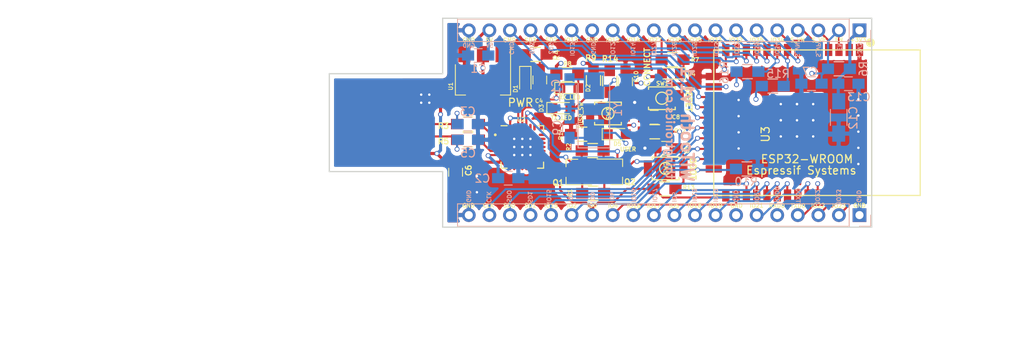
<source format=kicad_pcb>
(kicad_pcb (version 4) (host pcbnew 4.0.4-stable)
  (title_block (title WiTooth) (date 2017-02-18) (rev v1.1))
  (layers (0 F.Cu signal) (1 3V3 mixed) (2 GND mixed) (31 B.Cu signal) (34 B.Paste user) (35 F.Paste user) (36 B.SilkS user) (37 F.SilkS user) (38 B.Mask user) (39 F.Mask user) (44 Edge.Cuts user))
  (net 0 "")
  (net 1 +5V)
  (net 2 GND)
  (net 3 VDD)
  (net 4 +3V3)
  (net 5 EN)
  (net 6 "Net-(C11-Pad1)")
  (net 7 IO34)
  (net 8 "Net-(D1-Pad1)")
  (net 9 "Net-(D2-Pad2)")
  (net 10 RXD0)
  (net 11 "Net-(D3-Pad2)")
  (net 12 TXD0)
  (net 13 "Net-(D4-Pad1)")
  (net 14 IO35)
  (net 15 "Net-(D5-Pad1)")
  (net 16 IO14)
  (net 17 IO13)
  (net 18 IO15)
  (net 19 IO12)
  (net 20 SENSOR_VP)
  (net 21 SENSOR_VN)
  (net 22 IO32)
  (net 23 IO33)
  (net 24 IO25)
  (net 25 IO26)
  (net 26 IO27)
  (net 27 SD2)
  (net 28 SD3)
  (net 29 CMD)
  (net 30 IO23)
  (net 31 IO22)
  (net 32 IO21)
  (net 33 IO19)
  (net 34 IO18)
  (net 35 IO5)
  (net 36 IO17)
  (net 37 IO16)
  (net 38 IO4)
  (net 39 IO0)
  (net 40 IO2)
  (net 41 SD1)
  (net 42 SD0)
  (net 43 CLK)
  (net 44 DTR)
  (net 45 RTS)
  (net 46 "Net-(R3-Pad1)")
  (net 47 "Net-(C3-Pad1)")
  (net 48 "Net-(C5-Pad1)")
  (net 49 "Net-(C9-Pad1)")
  (net 50 "Net-(R5-Pad1)")
  (net 51 "Net-(C8-Pad1)")
  (net 52 "Net-(C14-Pad1)")
  (net 53 "Net-(Q1-Pad1)")
  (net 54 "Net-(Q2-Pad1)")
  (module via:VIA_0.6mm (layer F.Cu) (at 148.56 103.19)
    (fp_text reference REF** hide)
    (fp_text value VIA_0.6mm hide)
    (pad 1 thru_hole circle (at 0 0) (size 0.6 0.6) (drill 0.3) (layers *.Cu) (net 2 GND))
  )
  (module via:VIA_0.6mm (layer F.Cu) (at 148.56 101.19)
    (fp_text reference REF** hide)
    (fp_text value VIA_0.6mm hide)
    (pad 1 thru_hole circle (at 0 0) (size 0.6 0.6) (drill 0.3) (layers *.Cu) (net 2 GND))
  )
  (module via:VIA_0.6mm (layer F.Cu) (at 148.56 99.19)
    (fp_text reference REF** hide)
    (fp_text value VIA_0.6mm hide)
    (pad 1 thru_hole circle (at 0 0) (size 0.6 0.6) (drill 0.3) (layers *.Cu) (net 2 GND))
  )
  (module via:VIA_0.6mm (layer F.Cu) (at 116.23 108.6)
    (fp_text reference REF** hide)
    (fp_text value VIA_0.6mm hide)
    (pad 1 thru_hole circle (at 0 0) (size 0.6 0.6) (drill 0.3) (layers *.Cu) (net 2 GND))
  )
  (module via:VIA_0.6mm (layer F.Cu) (at 110.35 97.53)
    (fp_text reference REF** hide)
    (fp_text value VIA_0.6mm hide)
    (pad 1 thru_hole circle (at 0 0) (size 0.6 0.6) (drill 0.3) (layers *.Cu) (net 2 GND))
  )
  (module via:VIA_0.6mm (layer F.Cu) (at 109.35 97.53)
    (fp_text reference REF** hide)
    (fp_text value VIA_0.6mm hide)
    (pad 1 thru_hole circle (at 0 0) (size 0.6 0.6) (drill 0.3) (layers *.Cu) (net 2 GND))
  )
  (module via:VIA_0.6mm (layer F.Cu) (at 110.35 96.53)
    (fp_text reference REF** hide)
    (fp_text value VIA_0.6mm hide)
    (pad 1 thru_hole circle (at 0 0) (size 0.6 0.6) (drill 0.3) (layers *.Cu) (net 2 GND))
  )
  (module via:VIA_0.6mm (layer F.Cu) (at 153.77 101.7)
    (fp_text reference REF** hide)
    (fp_text value VIA_0.6mm hide)
    (pad 1 thru_hole circle (at 0 0) (size 0.6 0.6) (drill 0.3) (layers *.Cu) (net 2 GND))
  )
  (module via:VIA_0.6mm (layer F.Cu) (at 155.77 101.7)
    (fp_text reference REF** hide)
    (fp_text value VIA_0.6mm hide)
    (pad 1 thru_hole circle (at 0 0) (size 0.6 0.6) (drill 0.3) (layers *.Cu) (net 2 GND))
  )
  (module via:VIA_0.6mm (layer F.Cu) (at 153.77 99.7)
    (fp_text reference REF** hide)
    (fp_text value VIA_0.6mm hide)
    (pad 1 thru_hole circle (at 0 0) (size 0.6 0.6) (drill 0.3) (layers *.Cu) (net 2 GND))
  )
  (module via:VIA_0.6mm (layer F.Cu) (at 157.77 97.7)
    (fp_text reference REF** hide)
    (fp_text value VIA_0.6mm hide)
    (pad 1 thru_hole circle (at 0 0) (size 0.6 0.6) (drill 0.3) (layers *.Cu) (net 2 GND))
  )
  (module via:VIA_0.6mm (layer F.Cu) (at 155.77 97.7)
    (fp_text reference REF** hide)
    (fp_text value VIA_0.6mm hide)
    (pad 1 thru_hole circle (at 0 0) (size 0.6 0.6) (drill 0.3) (layers *.Cu) (net 2 GND))
  )
  (module via:VIA_0.6mm (layer F.Cu) (at 157.77 99.7)
    (fp_text reference REF** hide)
    (fp_text value VIA_0.6mm hide)
    (pad 1 thru_hole circle (at 0 0) (size 0.6 0.6) (drill 0.3) (layers *.Cu) (net 2 GND))
  )
  (module via:VIA_0.6mm (layer F.Cu) (at 153.77 97.7)
    (fp_text reference REF** hide)
    (fp_text value VIA_0.6mm hide)
    (pad 1 thru_hole circle (at 0 0) (size 0.6 0.6) (drill 0.3) (layers *.Cu) (net 2 GND))
  )
  (module via:VIA_0.6mm (layer F.Cu) (at 155.77 97.7)
    (fp_text reference REF** hide)
    (fp_text value VIA_0.6mm hide)
    (pad 1 thru_hole circle (at 0 0) (size 0.6 0.6) (drill 0.3) (layers *.Cu) (net 2 GND))
  )
  (module via:VIA_0.6mm (layer F.Cu) (at 153.77 99.7)
    (fp_text reference REF** hide)
    (fp_text value VIA_0.6mm hide)
    (pad 1 thru_hole circle (at 0 0) (size 0.6 0.6) (drill 0.3) (layers *.Cu) (net 2 GND))
  )
  (module via:VIA_0.6mm (layer F.Cu) (at 157.77 101.7)
    (fp_text reference REF** hide)
    (fp_text value VIA_0.6mm hide)
    (pad 1 thru_hole circle (at 0 0) (size 0.6 0.6) (drill 0.3) (layers *.Cu) (net 2 GND))
  )
  (module via:VIA_0.6mm (layer F.Cu) (at 155.77 101.7)
    (fp_text reference REF** hide)
    (fp_text value VIA_0.6mm hide)
    (pad 1 thru_hole circle (at 0 0) (size 0.6 0.6) (drill 0.3) (layers *.Cu) (net 2 GND))
  )
  (module via:VIA_0.6mm (layer F.Cu) (at 157.77 99.7)
    (fp_text reference REF** hide)
    (fp_text value VIA_0.6mm hide)
    (pad 1 thru_hole circle (at 0 0) (size 0.6 0.6) (drill 0.3) (layers *.Cu) (net 2 GND))
  )
  (module via:VIA_0.6mm (layer F.Cu) (at 155.77 99.7)
    (fp_text reference REF** hide)
    (fp_text value VIA_0.6mm hide)
    (pad 1 thru_hole circle (at 0 0) (size 0.6 0.6) (drill 0.3) (layers *.Cu) (net 2 GND))
  )
  (module via:VIA_0.6mm (layer F.Cu) (at 163.35 105.11)
    (fp_text reference REF** hide)
    (fp_text value VIA_0.6mm hide)
    (pad 1 thru_hole circle (at 0 0) (size 0.6 0.6) (drill 0.3) (layers *.Cu) (net 2 GND))
  )
  (module via:VIA_0.6mm (layer F.Cu) (at 163.35 103.11)
    (fp_text reference REF** hide)
    (fp_text value VIA_0.6mm hide)
    (pad 1 thru_hole circle (at 0 0) (size 0.6 0.6) (drill 0.3) (layers *.Cu) (net 2 GND))
  )
  (module via:VIA_0.6mm (layer F.Cu) (at 163.35 101.11)
    (fp_text reference REF** hide)
    (fp_text value VIA_0.6mm hide)
    (pad 1 thru_hole circle (at 0 0) (size 0.6 0.6) (drill 0.3) (layers *.Cu) (net 2 GND))
  )
  (module via:VIA_0.6mm (layer F.Cu) (at 163.35 99.11)
    (fp_text reference REF** hide)
    (fp_text value VIA_0.6mm hide)
    (pad 1 thru_hole circle (at 0 0) (size 0.6 0.6) (drill 0.3) (layers *.Cu) (net 2 GND))
  )
  (module TO_SOT_Packages_SMD:SOT-23_Handsoldering (layer F.Cu) (at 128 106.1 180)
    (fp_text reference Q1 (at 1.72 -1.33 180) (layer F.SilkS) (effects (font (size 0.7 0.7))))
    (fp_text value MMBT3904)
    (pad 1 smd rect (at -1.5 -0.95 180) (size 1.9 0.8) (layers F.Cu F.Paste F.Mask) (net 53 "Net-(Q1-Pad1)"))
    (pad 2 smd rect (at -1.5 0.95 180) (size 1.9 0.8) (layers F.Cu F.Paste F.Mask) (net 44 DTR))
    (pad 3 smd rect (at 1.5 0 180) (size 1.9 0.8) (layers F.Cu F.Paste F.Mask) (net 39 IO0))
  )
  (module switches:SW_SPST_B3U-1000P_SUNROM (layer F.Cu) (at 132.42 98.86)
    (fp_text reference SW3 (at 0.08 0.04 90) (layer F.SilkS) (effects (font (size 0.5 0.5) (thickness 0.11))))
    (fp_text value USER_SW)
    (pad 1 smd rect (at -2.2 0) (size 1 2) (layers F.Cu F.Paste F.Mask) (net 2 GND))
    (pad 2 smd rect (at 2.2 0) (size 1 2) (layers F.Cu F.Paste F.Mask) (net 7 IO34))
  )
  (module smt-qfn:QFN-28-1EP_5x5mm_Pitch0.5mm (layer F.Cu) (at 121.84 103)
    (fp_text reference U2 (at -0.14 -3.4) (layer F.SilkS) (effects (font (size 0.5 0.5) (thickness 0.1))))
    (fp_text value CP2102)
    (pad 1 smd oval (at -2.45 -1.5) (size 0.85 0.3) (layers F.Cu F.Paste F.Mask))
    (pad 2 smd oval (at -2.45 -1) (size 0.85 0.3) (layers F.Cu F.Paste F.Mask))
    (pad 3 smd oval (at -2.45 -0.5) (size 0.85 0.3) (layers F.Cu F.Paste F.Mask) (net 2 GND))
    (pad 4 smd oval (at -2.45 0) (size 0.85 0.3) (layers F.Cu F.Paste F.Mask) (net 46 "Net-(R3-Pad1)"))
    (pad 5 smd oval (at -2.45 0.5) (size 0.85 0.3) (layers F.Cu F.Paste F.Mask) (net 50 "Net-(R5-Pad1)"))
    (pad 6 smd oval (at -2.45 1) (size 0.85 0.3) (layers F.Cu F.Paste F.Mask) (net 3 VDD))
    (pad 7 smd oval (at -2.45 1.5) (size 0.85 0.3) (layers F.Cu F.Paste F.Mask) (net 1 +5V))
    (pad 8 smd oval (at -1.5 2.45 90) (size 0.85 0.3) (layers F.Cu F.Paste F.Mask) (net 1 +5V))
    (pad 9 smd oval (at -1 2.45 90) (size 0.85 0.3) (layers F.Cu F.Paste F.Mask))
    (pad 10 smd oval (at -0.5 2.45 90) (size 0.85 0.3) (layers F.Cu F.Paste F.Mask))
    (pad 11 smd oval (at 0 2.45 90) (size 0.85 0.3) (layers F.Cu F.Paste F.Mask))
    (pad 12 smd oval (at 0.5 2.45 90) (size 0.85 0.3) (layers F.Cu F.Paste F.Mask))
    (pad 13 smd oval (at 1 2.45 90) (size 0.85 0.3) (layers F.Cu F.Paste F.Mask))
    (pad 14 smd oval (at 1.5 2.45 90) (size 0.85 0.3) (layers F.Cu F.Paste F.Mask))
    (pad 15 smd oval (at 2.45 1.5) (size 0.85 0.3) (layers F.Cu F.Paste F.Mask))
    (pad 16 smd oval (at 2.45 1) (size 0.85 0.3) (layers F.Cu F.Paste F.Mask))
    (pad 17 smd oval (at 2.45 0.5) (size 0.85 0.3) (layers F.Cu F.Paste F.Mask))
    (pad 18 smd oval (at 2.45 0) (size 0.85 0.3) (layers F.Cu F.Paste F.Mask))
    (pad 19 smd oval (at 2.45 -0.5) (size 0.85 0.3) (layers F.Cu F.Paste F.Mask))
    (pad 20 smd oval (at 2.45 -1) (size 0.85 0.3) (layers F.Cu F.Paste F.Mask))
    (pad 21 smd oval (at 2.45 -1.5) (size 0.85 0.3) (layers F.Cu F.Paste F.Mask))
    (pad 22 smd oval (at 1.5 -2.45 90) (size 0.85 0.3) (layers F.Cu F.Paste F.Mask))
    (pad 23 smd oval (at 1 -2.45 90) (size 0.85 0.3) (layers F.Cu F.Paste F.Mask))
    (pad 24 smd oval (at 0.5 -2.45 90) (size 0.85 0.3) (layers F.Cu F.Paste F.Mask) (net 45 RTS))
    (pad 25 smd oval (at 0 -2.45 90) (size 0.85 0.3) (layers F.Cu F.Paste F.Mask) (net 12 TXD0))
    (pad 26 smd oval (at -0.5 -2.45 90) (size 0.85 0.3) (layers F.Cu F.Paste F.Mask) (net 10 RXD0))
    (pad 27 smd oval (at -1 -2.45 90) (size 0.85 0.3) (layers F.Cu F.Paste F.Mask))
    (pad 28 smd oval (at -1.5 -2.45 90) (size 0.85 0.3) (layers F.Cu F.Paste F.Mask) (net 44 DTR))
    (pad 29 smd rect (at 0.8375 0.8375) (size 1.675 1.675) (layers F.Cu F.Paste F.Mask) (net 2 GND))
    (pad 29 smd rect (at 0.8375 -0.8375) (size 1.675 1.675) (layers F.Cu F.Paste F.Mask) (net 2 GND))
    (pad 29 smd rect (at -0.8375 0.8375) (size 1.675 1.675) (layers F.Cu F.Paste F.Mask) (net 2 GND))
    (pad 29 smd rect (at -0.8375 -0.8375) (size 1.675 1.675) (layers F.Cu F.Paste F.Mask) (net 2 GND))
    (pad 29 thru_hole circle (at 0 0) (size 0.5 0.5) (drill 0.3) (layers *.Cu) (net 2 GND))
    (pad 29 thru_hole circle (at 1 0) (size 0.5 0.5) (drill 0.3) (layers *.Cu) (net 2 GND))
    (pad 29 thru_hole circle (at 0 1) (size 0.5 0.5) (drill 0.3) (layers *.Cu) (net 2 GND))
    (pad 29 thru_hole circle (at 1 1 90) (size 0.5 0.5) (drill 0.3) (layers *.Cu) (net 2 GND))
    (pad 29 thru_hole circle (at 1 -1) (size 0.5 0.5) (drill 0.3) (layers *.Cu) (net 2 GND))
    (pad 29 thru_hole circle (at 0 -1 90) (size 0.5 0.5) (drill 0.3) (layers *.Cu) (net 2 GND))
    (pad 29 thru_hole circle (at -1 -1) (size 0.5 0.5) (drill 0.3) (layers *.Cu) (net 2 GND))
    (pad 29 thru_hole circle (at -1 0) (size 0.5 0.5) (drill 0.3) (layers *.Cu) (net 2 GND))
    (pad 29 thru_hole circle (at -1 1) (size 0.5 0.5) (drill 0.3) (layers *.Cu) (net 2 GND))
  )
  (module Capacitors_SMD:C_0805_HandSoldering (layer B.Cu) (at 116.39 91.69 180)
    (fp_text reference C1 (at -0.02 -1.62 180) (layer B.SilkS) (effects (justify mirror)))
    (fp_text value 10uF)
    (pad 1 smd rect (at -1.25 0 180) (size 1.5 1.25) (layers B.Cu B.Paste B.Mask) (net 1 +5V))
    (pad 2 smd rect (at 1.25 0 180) (size 1.5 1.25) (layers B.Cu B.Paste B.Mask) (net 2 GND))
  )
  (module Capacitors_SMD:C_0805_HandSoldering (layer B.Cu) (at 120.1 106.86)
    (fp_text reference C2 (at -3.2 0.04) (layer B.SilkS) (effects (justify mirror)))
    (fp_text value 0.1uF)
    (pad 1 smd rect (at -1.25 0) (size 1.5 1.25) (layers B.Cu B.Paste B.Mask) (net 3 VDD))
    (pad 2 smd rect (at 1.25 0) (size 1.5 1.25) (layers B.Cu B.Paste B.Mask) (net 2 GND))
  )
  (module Capacitors_SMD:C_0805_HandSoldering (layer B.Cu) (at 115.1 100.17)
    (fp_text reference C3 (at 0 -1.57) (layer B.SilkS) (effects (justify mirror)))
    (fp_text value 47pF)
    (pad 1 smd rect (at -1.25 0) (size 1.5 1.25) (layers B.Cu B.Paste B.Mask) (net 47 "Net-(C3-Pad1)"))
    (pad 2 smd rect (at 1.25 0) (size 1.5 1.25) (layers B.Cu B.Paste B.Mask) (net 2 GND))
  )
  (module Capacitors_SMD:C_0805_HandSoldering (layer F.Cu) (at 124 94.71 90)
    (fp_text reference C4 (at -2.59 -0.1 180) (layer F.SilkS) (effects (font (size 0.5 0.5) (thickness 0.1))))
    (fp_text value 10uF)
    (pad 1 smd rect (at -1.25 0 90) (size 1.5 1.25) (layers F.Cu F.Paste F.Mask) (net 4 +3V3))
    (pad 2 smd rect (at 1.25 0 90) (size 1.5 1.25) (layers F.Cu F.Paste F.Mask) (net 2 GND))
  )
  (module Capacitors_SMD:C_0805_HandSoldering (layer B.Cu) (at 115.12 102.11)
    (fp_text reference C5 (at 0.02 1.67) (layer B.SilkS) (effects (justify mirror)))
    (fp_text value 47pF)
    (pad 1 smd rect (at -1.25 0) (size 1.5 1.25) (layers B.Cu B.Paste B.Mask) (net 48 "Net-(C5-Pad1)"))
    (pad 2 smd rect (at 1.25 0) (size 1.5 1.25) (layers B.Cu B.Paste B.Mask) (net 2 GND))
  )
  (module Capacitors_SMD:C_0805_HandSoldering (layer F.Cu) (at 113.6 106.13 270)
    (fp_text reference C6 (at -0.23 -1.6 270) (layer F.SilkS) (effects (font (size 0.7 0.7))))
    (fp_text value 1uF)
    (pad 1 smd rect (at -1.25 0 270) (size 1.5 1.25) (layers F.Cu F.Paste F.Mask) (net 1 +5V))
    (pad 2 smd rect (at 1.25 0 270) (size 1.5 1.25) (layers F.Cu F.Paste F.Mask) (net 2 GND))
  )
  (module Capacitors_SMD:C_0805_HandSoldering (layer B.Cu) (at 157.56 95.17 180)
    (fp_text reference C7 (at 0.18 1.48 180) (layer B.SilkS) (effects (justify mirror)))
    (fp_text value 1nF)
    (pad 1 smd rect (at -1.25 0 180) (size 1.5 1.25) (layers B.Cu B.Paste B.Mask) (net 5 EN))
    (pad 2 smd rect (at 1.25 0 180) (size 1.5 1.25) (layers B.Cu B.Paste B.Mask) (net 2 GND))
  )
  (module Capacitors_SMD:C_0805_HandSoldering (layer F.Cu) (at 138.13 99.33 180)
    (fp_text reference C8 (at -2.69 0.03 180) (layer F.SilkS) (effects (font (size 0.5 0.5) (thickness 0.1))))
    (fp_text value 1nF)
    (pad 1 smd rect (at -1.25 0 180) (size 1.5 1.25) (layers F.Cu F.Paste F.Mask) (net 51 "Net-(C8-Pad1)"))
    (pad 2 smd rect (at 1.25 0 180) (size 1.5 1.25) (layers F.Cu F.Paste F.Mask) (net 2 GND))
  )
  (module Capacitors_SMD:C_0805_HandSoldering (layer B.Cu) (at 127.67 100.62 90)
    (fp_text reference C9 (at 0.01 -1.53 270) (layer B.SilkS) (effects (justify mirror)))
    (fp_text value 27pF)
    (pad 1 smd rect (at -1.25 0 90) (size 1.5 1.25) (layers B.Cu B.Paste B.Mask) (net 49 "Net-(C9-Pad1)"))
    (pad 2 smd rect (at 1.25 0 90) (size 1.5 1.25) (layers B.Cu B.Paste B.Mask) (net 2 GND))
  )
  (module Capacitors_SMD:C_0805_HandSoldering (layer F.Cu) (at 134.59 94.93 90)
    (fp_text reference C10 (at 0.63 1.31 90) (layer F.SilkS) (effects (font (size 0.5 0.5) (thickness 0.1))))
    (fp_text value 1nF)
    (pad 1 smd rect (at -1.25 0 90) (size 1.5 1.25) (layers F.Cu F.Paste F.Mask) (net 7 IO34))
    (pad 2 smd rect (at 1.25 0 90) (size 1.5 1.25) (layers F.Cu F.Paste F.Mask) (net 2 GND))
  )
  (module Capacitors_SMD:C_0805_HandSoldering (layer B.Cu) (at 127.67 95.88 270)
    (fp_text reference C11 (at 0.15 1.67 270) (layer B.SilkS) (effects (justify mirror)))
    (fp_text value 27pF)
    (pad 1 smd rect (at -1.25 0 270) (size 1.5 1.25) (layers B.Cu B.Paste B.Mask) (net 6 "Net-(C11-Pad1)"))
    (pad 2 smd rect (at 1.25 0 270) (size 1.5 1.25) (layers B.Cu B.Paste B.Mask) (net 2 GND))
  )
  (module Capacitors_SMD:C_0805_HandSoldering (layer B.Cu) (at 162.12 95.18)
    (fp_text reference C13 (at 1.29 1.64) (layer B.SilkS) (effects (justify mirror)))
    (fp_text value 1uF)
    (pad 1 smd rect (at -1.25 0) (size 1.5 1.25) (layers B.Cu B.Paste B.Mask) (net 4 +3V3))
    (pad 2 smd rect (at 1.25 0) (size 1.5 1.25) (layers B.Cu B.Paste B.Mask) (net 2 GND))
  )
  (module LEDs:LED_0805 (layer F.Cu) (at 122.21 94.84 270)
    (fp_text reference D1 (at 0.96 1.21 270) (layer F.SilkS) (effects (font (size 0.5 0.5) (thickness 0.1))))
    (fp_text value PWR (at 2.68 0.59 360) (layer F.SilkS))
    (pad 2 smd rect (at 1.1 0 90) (size 1.2 1.2) (layers F.Cu F.Paste F.Mask) (net 4 +3V3))
    (pad 1 smd rect (at -1.1 0 90) (size 1.2 1.2) (layers F.Cu F.Paste F.Mask) (net 8 "Net-(D1-Pad1)"))
  )
  (module LEDs:LED_0805 (layer F.Cu) (at 127.65 95.71)
    (fp_text reference D2 (at 2.31 0.01 270) (layer F.SilkS) (effects (font (size 0.5 0.5) (thickness 0.1))))
    (fp_text value RX_LED (at 0.01 1.15) (layer F.SilkS) (effects (font (size 0.5 0.5) (thickness 0.125))))
    (pad 2 smd rect (at 1.1 0 180) (size 1.2 1.2) (layers F.Cu F.Paste F.Mask) (net 9 "Net-(D2-Pad2)"))
    (pad 1 smd rect (at -1.1 0 180) (size 1.2 1.2) (layers F.Cu F.Paste F.Mask) (net 10 RXD0))
  )
  (module LEDs:LED_0805 (layer F.Cu) (at 126.67 98.2)
    (fp_text reference D3 (at -2.47 0 90) (layer F.SilkS) (effects (font (size 0.5 0.5) (thickness 0.1))))
    (fp_text value TX_LED (at -0.01 1.2) (layer F.SilkS) (effects (font (size 0.5 0.5) (thickness 0.125))))
    (pad 2 smd rect (at 1.1 0 180) (size 1.2 1.2) (layers F.Cu F.Paste F.Mask) (net 11 "Net-(D3-Pad2)"))
    (pad 1 smd rect (at -1.1 0 180) (size 1.2 1.2) (layers F.Cu F.Paste F.Mask) (net 12 TXD0))
  )
  (module LEDs:LED_0805 (layer F.Cu) (at 140.2 93.9 180)
    (fp_text reference D4 (at -2.54 -0.1 180) (layer F.SilkS) (effects (font (size 0.5 0.5) (thickness 0.1))))
    (fp_text value CONNECT (at 2.94 0.78 270) (layer F.SilkS) (effects (font (size 0.7 0.7))))
    (pad 2 smd rect (at 1.1 0) (size 1.2 1.2) (layers F.Cu F.Paste F.Mask) (net 4 +3V3))
    (pad 1 smd rect (at -1.1 0) (size 1.2 1.2) (layers F.Cu F.Paste F.Mask) (net 13 "Net-(D4-Pad1)"))
  )
  (module LEDs:LED_0805 (layer F.Cu) (at 133.51 101.42)
    (fp_text reference D5 (at 0.09 1.18) (layer F.SilkS) (effects (font (size 0.5 0.5) (thickness 0.1))))
    (fp_text value USER (at 1.39 1.86) (layer F.SilkS) (effects (font (size 0.5 0.5) (thickness 0.125))))
    (pad 2 smd rect (at 1.1 0 180) (size 1.2 1.2) (layers F.Cu F.Paste F.Mask) (net 14 IO35))
    (pad 1 smd rect (at -1.1 0 180) (size 1.2 1.2) (layers F.Cu F.Paste F.Mask) (net 15 "Net-(D5-Pad1)"))
  )
  (module Pin_Headers:Pin_Header_Straight_1x20_Pitch2.54mm (layer B.Cu) (at 163.49 88.57 90)
    (fp_text reference P4)
    (fp_text value CONN_01X20)
    (pad 1 thru_hole rect (at 0 0 90) (size 1.7 1.7) (drill 1) (layers *.Cu *.Mask) (net 4 +3V3))
    (pad 2 thru_hole oval (at 0 -2.54 90) (size 1.7 1.7) (drill 1) (layers *.Cu *.Mask) (net 5 EN))
    (pad 3 thru_hole oval (at 0 -5.08 90) (size 1.7 1.7) (drill 1) (layers *.Cu *.Mask) (net 20 SENSOR_VP))
    (pad 4 thru_hole oval (at 0 -7.62 90) (size 1.7 1.7) (drill 1) (layers *.Cu *.Mask) (net 21 SENSOR_VN))
    (pad 5 thru_hole oval (at 0 -10.16 90) (size 1.7 1.7) (drill 1) (layers *.Cu *.Mask) (net 7 IO34))
    (pad 6 thru_hole oval (at 0 -12.7 90) (size 1.7 1.7) (drill 1) (layers *.Cu *.Mask) (net 14 IO35))
    (pad 7 thru_hole oval (at 0 -15.24 90) (size 1.7 1.7) (drill 1) (layers *.Cu *.Mask) (net 22 IO32))
    (pad 8 thru_hole oval (at 0 -17.78 90) (size 1.7 1.7) (drill 1) (layers *.Cu *.Mask) (net 23 IO33))
    (pad 9 thru_hole oval (at 0 -20.32 90) (size 1.7 1.7) (drill 1) (layers *.Cu *.Mask) (net 24 IO25))
    (pad 10 thru_hole oval (at 0 -22.86 90) (size 1.7 1.7) (drill 1) (layers *.Cu *.Mask) (net 25 IO26))
    (pad 11 thru_hole oval (at 0 -25.4 90) (size 1.7 1.7) (drill 1) (layers *.Cu *.Mask) (net 26 IO27))
    (pad 12 thru_hole oval (at 0 -27.94 90) (size 1.7 1.7) (drill 1) (layers *.Cu *.Mask) (net 16 IO14))
    (pad 13 thru_hole oval (at 0 -30.48 90) (size 1.7 1.7) (drill 1) (layers *.Cu *.Mask) (net 19 IO12))
    (pad 14 thru_hole oval (at 0 -33.02 90) (size 1.7 1.7) (drill 1) (layers *.Cu *.Mask) (net 2 GND))
    (pad 15 thru_hole oval (at 0 -35.56 90) (size 1.7 1.7) (drill 1) (layers *.Cu *.Mask) (net 17 IO13))
    (pad 16 thru_hole oval (at 0 -38.1 90) (size 1.7 1.7) (drill 1) (layers *.Cu *.Mask) (net 27 SD2))
    (pad 17 thru_hole oval (at 0 -40.64 90) (size 1.7 1.7) (drill 1) (layers *.Cu *.Mask) (net 28 SD3))
    (pad 18 thru_hole oval (at 0 -43.18 90) (size 1.7 1.7) (drill 1) (layers *.Cu *.Mask) (net 29 CMD))
    (pad 19 thru_hole oval (at 0 -45.72 90) (size 1.7 1.7) (drill 1) (layers *.Cu *.Mask) (net 1 +5V))
    (pad 20 thru_hole oval (at 0 -48.26 90) (size 1.7 1.7) (drill 1) (layers *.Cu *.Mask) (net 2 GND))
  )
  (module Pin_Headers:Pin_Header_Straight_1x20_Pitch2.54mm (layer B.Cu) (at 163.49 111.43 90)
    (fp_text reference P5)
    (fp_text value CONN_01X20)
    (pad 1 thru_hole rect (at 0 0 90) (size 1.7 1.7) (drill 1) (layers *.Cu *.Mask) (net 2 GND))
    (pad 2 thru_hole oval (at 0 -2.54 90) (size 1.7 1.7) (drill 1) (layers *.Cu *.Mask) (net 30 IO23))
    (pad 3 thru_hole oval (at 0 -5.08 90) (size 1.7 1.7) (drill 1) (layers *.Cu *.Mask) (net 31 IO22))
    (pad 4 thru_hole oval (at 0 -7.62 90) (size 1.7 1.7) (drill 1) (layers *.Cu *.Mask) (net 12 TXD0))
    (pad 5 thru_hole oval (at 0 -10.16 90) (size 1.7 1.7) (drill 1) (layers *.Cu *.Mask) (net 10 RXD0))
    (pad 6 thru_hole oval (at 0 -12.7 90) (size 1.7 1.7) (drill 1) (layers *.Cu *.Mask) (net 32 IO21))
    (pad 7 thru_hole oval (at 0 -15.24 90) (size 1.7 1.7) (drill 1) (layers *.Cu *.Mask) (net 2 GND))
    (pad 8 thru_hole oval (at 0 -17.78 90) (size 1.7 1.7) (drill 1) (layers *.Cu *.Mask) (net 33 IO19))
    (pad 9 thru_hole oval (at 0 -20.32 90) (size 1.7 1.7) (drill 1) (layers *.Cu *.Mask) (net 34 IO18))
    (pad 10 thru_hole oval (at 0 -22.86 90) (size 1.7 1.7) (drill 1) (layers *.Cu *.Mask) (net 35 IO5))
    (pad 11 thru_hole oval (at 0 -25.4 90) (size 1.7 1.7) (drill 1) (layers *.Cu *.Mask) (net 36 IO17))
    (pad 12 thru_hole oval (at 0 -27.94 90) (size 1.7 1.7) (drill 1) (layers *.Cu *.Mask) (net 37 IO16))
    (pad 13 thru_hole oval (at 0 -30.48 90) (size 1.7 1.7) (drill 1) (layers *.Cu *.Mask) (net 38 IO4))
    (pad 14 thru_hole oval (at 0 -33.02 90) (size 1.7 1.7) (drill 1) (layers *.Cu *.Mask) (net 39 IO0))
    (pad 15 thru_hole oval (at 0 -35.56 90) (size 1.7 1.7) (drill 1) (layers *.Cu *.Mask) (net 40 IO2))
    (pad 16 thru_hole oval (at 0 -38.1 90) (size 1.7 1.7) (drill 1) (layers *.Cu *.Mask) (net 18 IO15))
    (pad 17 thru_hole oval (at 0 -40.64 90) (size 1.7 1.7) (drill 1) (layers *.Cu *.Mask) (net 41 SD1))
    (pad 18 thru_hole oval (at 0 -43.18 90) (size 1.7 1.7) (drill 1) (layers *.Cu *.Mask) (net 42 SD0))
    (pad 19 thru_hole oval (at 0 -45.72 90) (size 1.7 1.7) (drill 1) (layers *.Cu *.Mask) (net 43 CLK))
    (pad 20 thru_hole oval (at 0 -48.26 90) (size 1.7 1.7) (drill 1) (layers *.Cu *.Mask) (net 2 GND))
  )
  (module TO_SOT_Packages_SMD:SOT-23_Handsoldering (layer F.Cu) (at 133.47 106.08)
    (fp_text reference Q2 (at 1.66 1.25) (layer F.SilkS) (effects (font (size 0.7 0.7))))
    (fp_text value MMBT3904)
    (pad 1 smd rect (at -1.5 -0.95) (size 1.9 0.8) (layers F.Cu F.Paste F.Mask) (net 54 "Net-(Q2-Pad1)"))
    (pad 2 smd rect (at -1.5 0.95) (size 1.9 0.8) (layers F.Cu F.Paste F.Mask) (net 45 RTS))
    (pad 3 smd rect (at 1.5 0) (size 1.9 0.8) (layers F.Cu F.Paste F.Mask) (net 5 EN))
  )
  (module Resistors_SMD:R_0805_HandSoldering (layer F.Cu) (at 130.59 108.72)
    (fp_text reference R1 (at -2.88 -0.03 90) (layer F.SilkS) (effects (font (size 0.5 0.5) (thickness 0.1))))
    (fp_text value 12K)
    (pad 1 smd rect (at -1.35 0) (size 1.5 1.3) (layers F.Cu F.Paste F.Mask) (net 53 "Net-(Q1-Pad1)"))
    (pad 2 smd rect (at 1.35 0) (size 1.5 1.3) (layers F.Cu F.Paste F.Mask) (net 45 RTS))
  )
  (module Resistors_SMD:R_0805_HandSoldering (layer F.Cu) (at 130.53 103.45 180)
    (fp_text reference R2 (at 2.96 0.45 270) (layer F.SilkS) (effects (font (size 0.5 0.5) (thickness 0.1))))
    (fp_text value 12K)
    (pad 1 smd rect (at -1.35 0 180) (size 1.5 1.3) (layers F.Cu F.Paste F.Mask) (net 54 "Net-(Q2-Pad1)"))
    (pad 2 smd rect (at 1.35 0 180) (size 1.5 1.3) (layers F.Cu F.Paste F.Mask) (net 44 DTR))
  )
  (module Resistors_SMD:R_0805_HandSoldering (layer F.Cu) (at 115.13 100.17 180)
    (fp_text reference R3 (at 3.03 -0.23 180) (layer F.SilkS) (effects (font (size 0.7 0.7))))
    (fp_text value 27E)
    (pad 1 smd rect (at -1.35 0 180) (size 1.5 1.3) (layers F.Cu F.Paste F.Mask) (net 46 "Net-(R3-Pad1)"))
    (pad 2 smd rect (at 1.35 0 180) (size 1.5 1.3) (layers F.Cu F.Paste F.Mask) (net 47 "Net-(C3-Pad1)"))
  )
  (module Resistors_SMD:R_0805_HandSoldering (layer F.Cu) (at 123.49 91.55)
    (fp_text reference R4 (at 2.59 0.08 90) (layer F.SilkS) (effects (font (size 0.7 0.7) (thickness 0.1))))
    (fp_text value 1K)
    (pad 1 smd rect (at -1.35 0) (size 1.5 1.3) (layers F.Cu F.Paste F.Mask) (net 8 "Net-(D1-Pad1)"))
    (pad 2 smd rect (at 1.35 0) (size 1.5 1.3) (layers F.Cu F.Paste F.Mask) (net 2 GND))
  )
  (module Resistors_SMD:R_0805_HandSoldering (layer F.Cu) (at 115.13 102.11 180)
    (fp_text reference R5 (at 3.03 -0.19 180) (layer F.SilkS) (effects (font (size 0.7 0.7))))
    (fp_text value 27E)
    (pad 1 smd rect (at -1.35 0 180) (size 1.5 1.3) (layers F.Cu F.Paste F.Mask) (net 50 "Net-(R5-Pad1)"))
    (pad 2 smd rect (at 1.35 0 180) (size 1.5 1.3) (layers F.Cu F.Paste F.Mask) (net 48 "Net-(C5-Pad1)"))
  )
  (module Resistors_SMD:R_0805_HandSoldering (layer B.Cu) (at 160.95 93.33 180)
    (fp_text reference R6 (at -3.04 -0.01 270) (layer B.SilkS) (effects (justify mirror)))
    (fp_text value 12K)
    (pad 1 smd rect (at -1.35 0 180) (size 1.5 1.3) (layers B.Cu B.Paste B.Mask) (net 4 +3V3))
    (pad 2 smd rect (at 1.35 0 180) (size 1.5 1.3) (layers B.Cu B.Paste B.Mask) (net 5 EN))
  )
  (module Resistors_SMD:R_0805_HandSoldering (layer F.Cu) (at 140.4 92.2 180)
    (fp_text reference R7 (at -2.78 -0.01 180) (layer F.SilkS) (effects (font (size 0.5 0.5) (thickness 0.125))))
    (fp_text value 470E)
    (pad 1 smd rect (at -1.35 0 180) (size 1.5 1.3) (layers F.Cu F.Paste F.Mask) (net 13 "Net-(D4-Pad1)"))
    (pad 2 smd rect (at 1.35 0 180) (size 1.5 1.3) (layers F.Cu F.Paste F.Mask) (net 26 IO27))
  )
  (module Resistors_SMD:R_0805_HandSoldering (layer F.Cu) (at 127.4 94.04)
    (fp_text reference R8 (at 0.03 -1.34) (layer F.SilkS) (effects (font (size 0.5 0.5) (thickness 0.1))))
    (fp_text value 1K)
    (pad 1 smd rect (at -1.35 0) (size 1.5 1.3) (layers F.Cu F.Paste F.Mask) (net 4 +3V3))
    (pad 2 smd rect (at 1.35 0) (size 1.5 1.3) (layers F.Cu F.Paste F.Mask) (net 9 "Net-(D2-Pad2)"))
  )
  (module Resistors_SMD:R_0805_HandSoldering (layer F.Cu) (at 130.63 94.77 270)
    (fp_text reference R9 (at -2.77 0.33 360) (layer F.SilkS) (effects (font (size 0.7 0.7))))
    (fp_text value 1K)
    (pad 1 smd rect (at -1.35 0 270) (size 1.5 1.3) (layers F.Cu F.Paste F.Mask) (net 4 +3V3))
    (pad 2 smd rect (at 1.35 0 270) (size 1.5 1.3) (layers F.Cu F.Paste F.Mask) (net 11 "Net-(D3-Pad2)"))
  )
  (module Resistors_SMD:R_0805_HandSoldering (layer B.Cu) (at 149.58 105.72)
    (fp_text reference R10 (at -0.08 1.58) (layer B.SilkS) (effects (justify mirror)))
    (fp_text value 5K)
    (pad 1 smd rect (at -1.35 0) (size 1.5 1.3) (layers B.Cu B.Paste B.Mask) (net 40 IO2))
    (pad 2 smd rect (at 1.35 0) (size 1.5 1.3) (layers B.Cu B.Paste B.Mask) (net 2 GND))
  )
  (module Resistors_SMD:R_0805_HandSoldering (layer F.Cu) (at 129.21 101.42 180)
    (fp_text reference R11 (at 2.62 0 270) (layer F.SilkS) (effects (font (size 0.5 0.5) (thickness 0.1))))
    (fp_text value 470E)
    (pad 1 smd rect (at -1.35 0 180) (size 1.5 1.3) (layers F.Cu F.Paste F.Mask) (net 15 "Net-(D5-Pad1)"))
    (pad 2 smd rect (at 1.35 0 180) (size 1.5 1.3) (layers F.Cu F.Paste F.Mask) (net 2 GND))
  )
  (module Resistors_SMD:R_0805_HandSoldering (layer F.Cu) (at 138.2 101.12 180)
    (fp_text reference R12 (at -3.1 0.12 180) (layer F.SilkS) (effects (font (size 0.5 0.5) (thickness 0.1))))
    (fp_text value 470E)
    (pad 1 smd rect (at -1.35 0 180) (size 1.5 1.3) (layers F.Cu F.Paste F.Mask) (net 5 EN))
    (pad 2 smd rect (at 1.35 0 180) (size 1.5 1.3) (layers F.Cu F.Paste F.Mask) (net 51 "Net-(C8-Pad1)"))
  )
  (module Resistors_SMD:R_0805_HandSoldering (layer F.Cu) (at 139.405 108.185)
    (fp_text reference R13 (at 2.995 -0.185) (layer F.SilkS) (effects (font (size 0.5 0.5) (thickness 0.1))))
    (fp_text value 470E)
    (pad 1 smd rect (at -1.35 0) (size 1.5 1.3) (layers F.Cu F.Paste F.Mask) (net 39 IO0))
    (pad 2 smd rect (at 1.35 0) (size 1.5 1.3) (layers F.Cu F.Paste F.Mask) (net 52 "Net-(C14-Pad1)"))
  )
  (module Resistors_SMD:R_0805_HandSoldering (layer F.Cu) (at 132.64 94.84 270)
    (fp_text reference R14 (at -2.74 -0.06 360) (layer F.SilkS) (effects (font (size 0.7 0.7))))
    (fp_text value 470E)
    (pad 1 smd rect (at -1.35 0 270) (size 1.5 1.3) (layers F.Cu F.Paste F.Mask) (net 4 +3V3))
    (pad 2 smd rect (at 1.35 0 270) (size 1.5 1.3) (layers F.Cu F.Paste F.Mask) (net 7 IO34))
  )
  (module Resistors_SMD:R_0805_HandSoldering (layer B.Cu) (at 152.78 95.47 180)
    (fp_text reference R15 (at -0.66 1.53 180) (layer B.SilkS) (effects (justify mirror)))
    (fp_text value 0E)
    (pad 1 smd rect (at -1.35 0 180) (size 1.5 1.3) (layers B.Cu B.Paste B.Mask) (net 22 IO32))
    (pad 2 smd rect (at 1.35 0 180) (size 1.5 1.3) (layers B.Cu B.Paste B.Mask) (net 49 "Net-(C9-Pad1)"))
  )
  (module Resistors_SMD:R_0805_HandSoldering (layer B.Cu) (at 149.65 93.68 180)
    (fp_text reference R16 (at 2.87 -0.08 270) (layer B.SilkS) (effects (justify mirror)))
    (fp_text value 0E)
    (pad 1 smd rect (at -1.35 0 180) (size 1.5 1.3) (layers B.Cu B.Paste B.Mask) (net 23 IO33))
    (pad 2 smd rect (at 1.35 0 180) (size 1.5 1.3) (layers B.Cu B.Paste B.Mask) (net 6 "Net-(C11-Pad1)"))
  )
  (module Capacitors_SMD:C_1206_HandSoldering (layer B.Cu) (at 160.92 99.35 270)
    (fp_text reference C12 (at 0.06 -1.79 270) (layer B.SilkS) (effects (justify mirror)))
    (fp_text value 100uF)
    (pad 1 smd rect (at -2 0 270) (size 2 1.6) (layers B.Cu B.Paste B.Mask) (net 4 +3V3))
    (pad 2 smd rect (at 2 0 270) (size 2 1.6) (layers B.Cu B.Paste B.Mask) (net 2 GND))
  )
  (module USB:usb-PCB_male (layer F.Cu) (at 98 100 270)
    (fp_text reference P1 hide)
    (fp_text value USB_A_MALE hide)
    (pad 1 connect rect (at 3.81 -4.9 270) (size 1.9 8) (layers F.Cu F.Mask) (net 1 +5V))
    (pad 4 connect rect (at -3.81 -4.9 270) (size 1.9 8) (layers F.Cu F.Mask) (net 2 GND))
    (pad 3 connect rect (at -1.3 -5.15 270) (size 2 7.5) (layers F.Cu F.Mask) (net 47 "Net-(C3-Pad1)"))
    (pad 2 connect rect (at 1.3 -5.15 270) (size 2 7.5) (layers F.Cu F.Mask) (net 48 "Net-(C5-Pad1)"))
  )
  (module TO_SOT_Packages_SMD:SOT-223 (layer F.Cu) (at 116.98 94.67 270)
    (fp_text reference U1 (at 0.83 3.98 270) (layer F.SilkS) (effects (font (size 0.5 0.5) (thickness 0.1))))
    (fp_text value AMS1117-3V3)
    (pad 4 smd rect (at 3.15 0 270) (size 2 3.8) (layers F.Cu F.Paste F.Mask) (net 4 +3V3))
    (pad 2 smd rect (at -3.15 0 270) (size 2 1.5) (layers F.Cu F.Paste F.Mask) (net 4 +3V3))
    (pad 3 smd rect (at -3.15 2.3 270) (size 2 1.5) (layers F.Cu F.Paste F.Mask) (net 1 +5V))
    (pad 1 smd rect (at -3.15 -2.3 270) (size 2 1.5) (layers F.Cu F.Paste F.Mask) (net 2 GND))
  )
  (module Capacitors_SMD:C_0805_HandSoldering (layer F.Cu) (at 139.545 103.165 180)
    (fp_text reference C14 (at -2.655 0.065 270) (layer F.SilkS) (effects (font (size 0.5 0.5) (thickness 0.1))))
    (fp_text value 1nF)
    (pad 1 smd rect (at -1.25 0 180) (size 1.5 1.25) (layers F.Cu F.Paste F.Mask) (net 52 "Net-(C14-Pad1)"))
    (pad 2 smd rect (at 1.25 0 180) (size 1.5 1.25) (layers F.Cu F.Paste F.Mask) (net 2 GND))
  )
  (module switches:SW_SPST_B3U-1000P_SUNROM (layer F.Cu) (at 139.08 96.97)
    (fp_text reference SW1 (at 0.06 -1.82) (layer F.SilkS) (effects (font (size 0.5 0.5) (thickness 0.11))))
    (fp_text value RESET)
    (pad 1 smd rect (at -2.2 0) (size 1 2) (layers F.Cu F.Paste F.Mask) (net 2 GND))
    (pad 2 smd rect (at 2.2 0) (size 1 2) (layers F.Cu F.Paste F.Mask) (net 51 "Net-(C8-Pad1)"))
  )
  (module switches:SW_SPST_B3U-1000P_SUNROM (layer F.Cu) (at 139.547 105.659)
    (fp_text reference SW2 (at 0.053 -0.059 90) (layer F.SilkS) (effects (font (size 0.5 0.5) (thickness 0.11))))
    (fp_text value BOOT)
    (pad 1 smd rect (at -2.2 0) (size 1 2) (layers F.Cu F.Paste F.Mask) (net 2 GND))
    (pad 2 smd rect (at 2.2 0) (size 1 2) (layers F.Cu F.Paste F.Mask) (net 52 "Net-(C14-Pad1)"))
  )
  (module ESP-32:ESP32-WROOM_SMALLER_FOOTPRINT (layer F.Cu) (at 158.24 100 90)
    (fp_text reference U3 (at -1.43 -6.36 90) (layer F.SilkS))
    (fp_text value ESP-32_WROOM32_Rectangle)
    (fp_text user "Espressif Systems" (at -5.9 -1.94 180) (layer F.SilkS))
    (fp_text user ESP32-WROOM (at -4.5 -1.24 180) (layer F.SilkS))
    (pad 38 smd rect (at -9 5.25 90) (size 1.5 0.9) (layers F.Cu F.Paste F.Mask) (net 2 GND))
    (pad 37 smd rect (at -9 3.98 90) (size 1.5 0.9) (layers F.Cu F.Paste F.Mask) (net 30 IO23))
    (pad 36 smd rect (at -9 2.71 90) (size 1.5 0.9) (layers F.Cu F.Paste F.Mask) (net 31 IO22))
    (pad 35 smd rect (at -9 1.44 90) (size 1.5 0.9) (layers F.Cu F.Paste F.Mask) (net 12 TXD0))
    (pad 34 smd rect (at -9 0.17 90) (size 1.5 0.9) (layers F.Cu F.Paste F.Mask) (net 10 RXD0))
    (pad 33 smd rect (at -9 -1.1 90) (size 1.5 0.9) (layers F.Cu F.Paste F.Mask) (net 32 IO21))
    (pad 32 smd rect (at -9 -2.37 90) (size 1.5 0.9) (layers F.Cu F.Paste F.Mask))
    (pad 31 smd rect (at -9 -3.64 90) (size 1.5 0.9) (layers F.Cu F.Paste F.Mask) (net 33 IO19))
    (pad 30 smd rect (at -9 -4.91 90) (size 1.5 0.9) (layers F.Cu F.Paste F.Mask) (net 34 IO18))
    (pad 29 smd rect (at -9 -6.18 90) (size 1.5 0.9) (layers F.Cu F.Paste F.Mask) (net 35 IO5))
    (pad 28 smd rect (at -9 -7.45 90) (size 1.5 0.9) (layers F.Cu F.Paste F.Mask) (net 36 IO17))
    (pad 27 smd rect (at -9 -8.72 90) (size 1.5 0.9) (layers F.Cu F.Paste F.Mask) (net 37 IO16))
    (pad 26 smd rect (at -9 -9.99 90) (size 1.5 0.9) (layers F.Cu F.Paste F.Mask) (net 38 IO4))
    (pad 25 smd rect (at -9 -11.26 90) (size 1.5 0.9) (layers F.Cu F.Paste F.Mask) (net 39 IO0))
    (pad 24 smd rect (at -5.715 -12.75 90) (size 0.9 2) (layers F.Cu F.Paste F.Mask) (net 40 IO2))
    (pad 23 smd rect (at -4.445 -12.75 90) (size 0.9 2) (layers F.Cu F.Paste F.Mask) (net 18 IO15))
    (pad 22 smd rect (at -3.175 -12.75 90) (size 0.9 2) (layers F.Cu F.Paste F.Mask) (net 41 SD1))
    (pad 21 smd rect (at -1.905 -12.75 90) (size 0.9 2) (layers F.Cu F.Paste F.Mask) (net 42 SD0))
    (pad 20 smd rect (at -0.635 -12.75 90) (size 0.9 2) (layers F.Cu F.Paste F.Mask) (net 43 CLK))
    (pad 19 smd rect (at 0.635 -12.75 90) (size 0.9 2) (layers F.Cu F.Paste F.Mask) (net 29 CMD))
    (pad 18 smd rect (at 1.905 -12.75 90) (size 0.9 2) (layers F.Cu F.Paste F.Mask) (net 28 SD3))
    (pad 17 smd rect (at 3.175 -12.75 90) (size 0.9 2) (layers F.Cu F.Paste F.Mask) (net 27 SD2))
    (pad 16 smd rect (at 4.445 -12.75 90) (size 0.9 2) (layers F.Cu F.Paste F.Mask) (net 17 IO13))
    (pad 15 smd rect (at 5.715 -12.75 90) (size 0.9 2) (layers F.Cu F.Paste F.Mask) (net 2 GND))
    (pad 14 smd rect (at 9 -11.26 90) (size 1.5 0.9) (layers F.Cu F.Paste F.Mask) (net 19 IO12))
    (pad 13 smd rect (at 9 -9.99 90) (size 1.5 0.9) (layers F.Cu F.Paste F.Mask) (net 16 IO14))
    (pad 12 smd rect (at 9 -8.72 90) (size 1.5 0.9) (layers F.Cu F.Paste F.Mask) (net 26 IO27))
    (pad 11 smd rect (at 9 -7.45 90) (size 1.5 0.9) (layers F.Cu F.Paste F.Mask) (net 25 IO26))
    (pad 10 smd rect (at 9 -6.18 90) (size 1.5 0.9) (layers F.Cu F.Paste F.Mask) (net 24 IO25))
    (pad 9 smd rect (at 9 -4.91 90) (size 1.5 0.9) (layers F.Cu F.Paste F.Mask) (net 23 IO33))
    (pad 8 smd rect (at 9 -3.64 90) (size 1.5 0.9) (layers F.Cu F.Paste F.Mask) (net 22 IO32))
    (pad 7 smd rect (at 9 -2.37 90) (size 1.5 0.9) (layers F.Cu F.Paste F.Mask) (net 14 IO35))
    (pad 6 smd rect (at 9 -1.1 90) (size 1.5 0.9) (layers F.Cu F.Paste F.Mask) (net 7 IO34))
    (pad 5 smd rect (at 9 0.17 90) (size 1.5 0.9) (layers F.Cu F.Paste F.Mask) (net 21 SENSOR_VN))
    (pad 4 smd rect (at 9 1.44 90) (size 1.5 0.9) (layers F.Cu F.Paste F.Mask) (net 20 SENSOR_VP))
    (pad 3 smd rect (at 9 2.71 90) (size 1.5 0.9) (layers F.Cu F.Paste F.Mask) (net 5 EN))
    (pad 2 smd rect (at 9 3.98 90) (size 1.5 0.9) (layers F.Cu F.Paste F.Mask) (net 4 +3V3))
    (pad 1 smd rect (at 9 5.25 90) (size 1.5 0.9) (layers F.Cu F.Paste F.Mask) (net 2 GND))
    (pad 39 smd rect (at 0.3 -2.45 90) (size 6 6) (layers F.Cu F.Paste F.Mask) (net 2 GND))
  )
  (module Crystals:Crystal_SMD_0603-2pin_6.0x3.5mm_HandSoldering (layer B.Cu) (at 130.68 98.34 90)
    (fp_text reference Y1 (at 0 2.95 90) (layer B.SilkS) (effects (justify mirror)))
    (fp_text value Crystal)
    (pad 1 smd rect (at -2.9125 0 90) (size 3.325 2.5) (layers B.Cu B.Mask) (net 49 "Net-(C9-Pad1)"))
    (pad 2 smd rect (at 2.9125 0 90) (size 3.325 2.5) (layers B.Cu B.Mask) (net 6 "Net-(C11-Pad1)"))
  )
  (module "Fab Details table:Fab Details table" (layer F.Cu) (at 57.57 86.69)
    (fp_text reference REF** hide)
    (fp_text value "Fab Details table")
  )
  (module via:VIA_0.6mm (layer F.Cu) (at 163.35 97.11)
    (fp_text reference REF** hide)
    (fp_text value VIA_0.6mm hide)
    (pad 1 thru_hole circle (at 0 0) (size 0.6 0.6) (drill 0.3) (layers *.Cu) (net 2 GND))
  )
  (module via:VIA_0.6mm (layer F.Cu) (at 109.35 96.53)
    (fp_text reference REF** hide)
    (fp_text value VIA_0.6mm hide)
    (pad 1 thru_hole circle (at 0 0) (size 0.6 0.6) (drill 0.3) (layers *.Cu) (net 2 GND))
  )
  (module via:VIA_0.6mm (layer F.Cu) (at 116.23 106.6)
    (fp_text reference REF** hide)
    (fp_text value VIA_0.6mm hide)
    (pad 1 thru_hole circle (at 0 0) (size 0.6 0.6) (drill 0.3) (layers *.Cu) (net 2 GND))
  )
  (module via:VIA_0.6mm (layer F.Cu) (at 148.56 97.19)
    (fp_text reference REF** hide)
    (fp_text value VIA_0.6mm hide)
    (pad 1 thru_hole circle (at 0 0) (size 0.6 0.6) (drill 0.3) (layers *.Cu) (net 2 GND))
  )
  (gr_text BOOT (at 142.91 105.69 270) (layer F.SilkS) (effects (font (size 0.7 0.7) (thickness 0.175))))
  (gr_text GND (at 163.4 109.1 270) (layer B.SilkS) (effects (font (size 0.5 0.5) (thickness 0.1)) (justify mirror)))
  (gr_text IO23 (at 160.9 109.1 270) (layer B.SilkS) (effects (font (size 0.5 0.5) (thickness 0.1)) (justify mirror)))
  (gr_text IO22 (at 158.3 109.1 270) (layer B.SilkS) (effects (font (size 0.5 0.5) (thickness 0.1)) (justify mirror)))
  (gr_text TXD0 (at 155.9 109 270) (layer B.SilkS) (effects (font (size 0.5 0.5) (thickness 0.1)) (justify mirror)))
  (gr_text RXD0 (at 153.3 108.9 270) (layer B.SilkS) (effects (font (size 0.5 0.5) (thickness 0.1)) (justify mirror)))
  (gr_text IO21 (at 150.8 109 270) (layer B.SilkS) (effects (font (size 0.5 0.5) (thickness 0.1)) (justify mirror)))
  (gr_text GND (at 148.2 109.1 270) (layer B.SilkS) (effects (font (size 0.5 0.5) (thickness 0.1)) (justify mirror)))
  (gr_text IO19 (at 145.7 109 270) (layer B.SilkS) (effects (font (size 0.5 0.5) (thickness 0.1)) (justify mirror)))
  (gr_text IO18 (at 143.1 109 270) (layer B.SilkS) (effects (font (size 0.5 0.5) (thickness 0.1)) (justify mirror)))
  (gr_text IO5 (at 140.6 109.2 270) (layer B.SilkS) (effects (font (size 0.5 0.5) (thickness 0.1)) (justify mirror)))
  (gr_text IO17 (at 138.2 109 270) (layer B.SilkS) (effects (font (size 0.5 0.5) (thickness 0.1)) (justify mirror)))
  (gr_text IO16 (at 135.6 109 270) (layer B.SilkS) (effects (font (size 0.5 0.5) (thickness 0.1)) (justify mirror)))
  (gr_text IO4 (at 132.9 109.2 270) (layer B.SilkS) (effects (font (size 0.5 0.5) (thickness 0.1)) (justify mirror)))
  (gr_text IO0 (at 130.5 109.2 270) (layer B.SilkS) (effects (font (size 0.5 0.5) (thickness 0.1)) (justify mirror)))
  (gr_text IO2 (at 127.8 109.2 270) (layer B.SilkS) (effects (font (size 0.5 0.5) (thickness 0.1)) (justify mirror)))
  (gr_text IO15 (at 125.1 109.1 270) (layer B.SilkS) (effects (font (size 0.5 0.5) (thickness 0.1)) (justify mirror)))
  (gr_text SD1 (at 122.8 109.2 270) (layer B.SilkS) (effects (font (size 0.5 0.5) (thickness 0.1)) (justify mirror)))
  (gr_text SDO (at 120.2 109.1 270) (layer B.SilkS) (effects (font (size 0.5 0.5) (thickness 0.1)) (justify mirror)))
  (gr_text CLK (at 117.7 109.2 270) (layer B.SilkS) (effects (font (size 0.5 0.5) (thickness 0.1)) (justify mirror)))
  (gr_text GND (at 115.2 109.1 270) (layer B.SilkS) (effects (font (size 0.5 0.5) (thickness 0.1)) (justify mirror)))
  (gr_text IO33 (at 145.8 90.9 270) (layer B.SilkS) (effects (font (size 0.5 0.5) (thickness 0.1)) (justify mirror)))
  (gr_text IO25 (at 143.1 90.9 270) (layer B.SilkS) (effects (font (size 0.5 0.5) (thickness 0.1)) (justify mirror)))
  (gr_text IO26 (at 140.6 90.9 270) (layer B.SilkS) (effects (font (size 0.5 0.5) (thickness 0.1)) (justify mirror)))
  (gr_text IO27 (at 138.1 90.9 270) (layer B.SilkS) (effects (font (size 0.5 0.5) (thickness 0.1)) (justify mirror)))
  (gr_text IO14 (at 135.5 90.9 270) (layer B.SilkS) (effects (font (size 0.5 0.5) (thickness 0.1)) (justify mirror)))
  (gr_text IO12 (at 133 90.9 270) (layer B.SilkS) (effects (font (size 0.5 0.5) (thickness 0.1)) (justify mirror)))
  (gr_text GND (at 130.6 90.8 270) (layer B.SilkS) (effects (font (size 0.5 0.5) (thickness 0.1)) (justify mirror)))
  (gr_text IO13 (at 128 90.9 270) (layer B.SilkS) (effects (font (size 0.5 0.5) (thickness 0.1)) (justify mirror)))
  (gr_text 5V (at 117.81 90.45) (layer B.SilkS) (effects (font (size 0.5 0.5) (thickness 0.1)) (justify mirror)))
  (gr_text GND (at 115.23 90.45) (layer B.SilkS) (effects (font (size 0.5 0.5) (thickness 0.1)) (justify mirror)))
  (gr_text CMD (at 120.26 89.78) (layer F.SilkS) (effects (font (size 0.5 0.5) (thickness 0.1))))
  (gr_text +3V3 (at 163.32 89.76) (layer F.SilkS) (effects (font (size 0.5 0.5) (thickness 0.1))))
  (gr_text EN (at 160.97 89.76) (layer F.SilkS) (effects (font (size 0.5 0.5) (thickness 0.1))))
  (gr_text S_VP (at 158.46 89.78) (layer F.SilkS) (effects (font (size 0.5 0.5) (thickness 0.1))))
  (gr_text S_VN (at 155.83 89.79) (layer F.SilkS) (effects (font (size 0.5 0.5) (thickness 0.1))))
  (gr_text IO34 (at 153.35 89.79) (layer F.SilkS) (effects (font (size 0.5 0.5) (thickness 0.1))))
  (gr_text IO35 (at 150.79 89.79) (layer F.SilkS) (effects (font (size 0.5 0.5) (thickness 0.1))))
  (gr_text IO32 (at 148.22 89.78) (layer F.SilkS) (effects (font (size 0.5 0.5) (thickness 0.1))))
  (gr_text GND (at 163.49 110.24) (layer F.SilkS) (effects (font (size 0.5 0.5) (thickness 0.1))))
  (gr_text IO23 (at 160.96 110.27) (layer F.SilkS) (effects (font (size 0.5 0.5) (thickness 0.1))))
  (gr_text IO22 (at 158.37 110.25) (layer F.SilkS) (effects (font (size 0.5 0.5) (thickness 0.1))))
  (gr_text TXD0 (at 155.89 110.28) (layer F.SilkS) (effects (font (size 0.5 0.5) (thickness 0.1))))
  (gr_text RXD0 (at 153.29 110.27) (layer F.SilkS) (effects (font (size 0.5 0.5) (thickness 0.1))))
  (gr_text IO21 (at 150.78 110.25) (layer F.SilkS) (effects (font (size 0.5 0.5) (thickness 0.1))))
  (gr_text GND (at 148.29 110.26) (layer F.SilkS) (effects (font (size 0.5 0.5) (thickness 0.1))))
  (gr_text IO19 (at 145.67 110.23) (layer F.SilkS) (effects (font (size 0.5 0.5) (thickness 0.1))))
  (gr_text IO18 (at 143.13 110.23) (layer F.SilkS) (effects (font (size 0.5 0.5) (thickness 0.1))))
  (gr_text IO5 (at 140.58 110.27) (layer F.SilkS) (effects (font (size 0.5 0.5) (thickness 0.1))))
  (gr_text IO17 (at 138.09 110.26) (layer F.SilkS) (effects (font (size 0.5 0.5) (thickness 0.1))))
  (gr_text IO16 (at 135.62 110.27) (layer F.SilkS) (effects (font (size 0.5 0.5) (thickness 0.1))))
  (gr_text IO0 (at 130.45 110.24) (layer F.SilkS) (effects (font (size 0.5 0.5) (thickness 0.1))))
  (gr_text IO4 (at 133.03 110.25) (layer F.SilkS) (effects (font (size 0.5 0.5) (thickness 0.1))))
  (gr_text IO2 (at 127.96 110.25) (layer F.SilkS) (effects (font (size 0.5 0.5) (thickness 0.1))))
  (gr_text IO15 (at 125.39 110.26) (layer F.SilkS) (effects (font (size 0.5 0.5) (thickness 0.1))))
  (gr_text SD1 (at 122.83 110.24) (layer F.SilkS) (effects (font (size 0.5 0.5) (thickness 0.1))))
  (gr_text SDO (at 120.23 110.25) (layer F.SilkS) (effects (font (size 0.5 0.5) (thickness 0.1))))
  (gr_text CLK (at 117.67 110.24) (layer F.SilkS) (effects (font (size 0.5 0.5) (thickness 0.1))))
  (gr_text GND (at 115.19 110.25) (layer F.SilkS) (effects (font (size 0.5 0.5) (thickness 0.1))))
  (gr_text +3V3 (at 163.5 91.1 270) (layer B.SilkS) (effects (font (size 0.5 0.5) (thickness 0.1)) (justify mirror)))
  (gr_text EN (at 161 90.6 270) (layer B.SilkS) (effects (font (size 0.5 0.5) (thickness 0.1)) (justify mirror)))
  (gr_text S_VP (at 158.4 91 270) (layer B.SilkS) (effects (font (size 0.5 0.5) (thickness 0.1)) (justify mirror)))
  (gr_text S_VN (at 155.8 91 270) (layer B.SilkS) (effects (font (size 0.5 0.5) (thickness 0.1)) (justify mirror)))
  (gr_text IO34 (at 153.3 90.9 270) (layer B.SilkS) (effects (font (size 0.5 0.5) (thickness 0.1)) (justify mirror)))
  (gr_text IO35 (at 150.8 90.9 270) (layer B.SilkS) (effects (font (size 0.5 0.5) (thickness 0.1)) (justify mirror)))
  (gr_text IO32 (at 148.3 90.9 270) (layer B.SilkS) (effects (font (size 0.5 0.5) (thickness 0.1)) (justify mirror)))
  (gr_text IO33 (at 145.63 89.79) (layer F.SilkS) (effects (font (size 0.5 0.5) (thickness 0.1))))
  (gr_text IO25 (at 143.15 89.79) (layer F.SilkS) (effects (font (size 0.5 0.5) (thickness 0.1))))
  (gr_text IO26 (at 140.68 89.78) (layer F.SilkS) (effects (font (size 0.5 0.5) (thickness 0.1))))
  (gr_text IO27 (at 138.18 89.78) (layer F.SilkS) (effects (font (size 0.5 0.5) (thickness 0.1))))
  (gr_text IO14 (at 135.57 89.77) (layer F.SilkS) (effects (font (size 0.5 0.5) (thickness 0.1))))
  (gr_text IO12 (at 133.01 89.8) (layer F.SilkS) (effects (font (size 0.5 0.5) (thickness 0.1))))
  (gr_text GND (at 130.46 89.8) (layer F.SilkS) (effects (font (size 0.5 0.5) (thickness 0.1))))
  (gr_text CMD (at 120.5 90.8 270) (layer B.SilkS) (effects (font (size 0.5 0.5) (thickness 0.1)) (justify mirror)))
  (gr_text SD3 (at 123 90.8 270) (layer B.SilkS) (effects (font (size 0.5 0.5) (thickness 0.1)) (justify mirror)))
  (gr_text SD2 (at 125.4 90.8 90) (layer B.SilkS) (effects (font (size 0.5 0.5) (thickness 0.1)) (justify mirror)))
  (gr_text IO13 (at 127.88 89.78) (layer F.SilkS) (effects (font (size 0.5 0.5) (thickness 0.1))))
  (gr_text SD2 (at 125.42 89.78) (layer F.SilkS) (effects (font (size 0.5 0.5) (thickness 0.1))))
  (gr_text SD3 (at 122.85 89.81) (layer F.SilkS) (effects (font (size 0.5 0.5) (thickness 0.1))))
  (gr_text 5V (at 117.74 89.78) (layer F.SilkS) (effects (font (size 0.5 0.5) (thickness 0.1))))
  (gr_text GND (at 115.23 89.77) (layer F.SilkS) (effects (font (size 0.5 0.5) (thickness 0.1))))
  (gr_text thingtronics.com (at 140.1 100.7 270) (layer B.SilkS) (effects (font (size 1 1) (thickness 0.2)) (justify mirror)))
  (gr_text "WiTooth v1.1" (at 142.2 100.1 270) (layer B.SilkS) (effects (font (size 1.5 1.5) (thickness 0.3)) (justify mirror)))
  (gr_text USR_SW (at 129.1 98.9 90) (layer F.SilkS) (effects (font (size 0.5 0.5) (thickness 0.1))))
  (gr_text RESET (at 142.4 97.07 270) (layer F.SilkS) (effects (font (size 0.7 0.7) (thickness 0.175))))
  (gr_circle (center 118.5 101.5) (end 118.5 101.6) (layer F.SilkS) (width 0.15))
  (gr_line (start 98 106.048) (end 112 106.048) (angle 90) (layer Edge.Cuts) (width 0.15))
  (gr_line (start 98 93.94) (end 98 106.048) (angle 90) (layer Edge.Cuts) (width 0.15))
  (gr_line (start 112 93.94) (end 98 93.94) (angle 90) (layer Edge.Cuts) (width 0.15))
  (gr_line (start 112 112.92) (end 112 106.048) (angle 90) (layer Edge.Cuts) (width 0.15))
  (gr_line (start 165 112.92) (end 112.006 112.92) (angle 90) (layer Edge.Cuts) (width 0.15))
  (gr_line (start 165 87.08) (end 165 112.92) (angle 90) (layer Edge.Cuts) (width 0.15))
  (gr_line (start 111.994 87.08) (end 165 87.08) (angle 90) (layer Edge.Cuts) (width 0.15))
  (gr_line (start 112 93.94) (end 112 87.08) (angle 90) (layer Edge.Cuts) (width 0.15))
  (segment (start 114.68 91.52) (end 114.68 95.19) (width 0.381) (layer F.Cu) (net 1))
  (segment (start 114.68 95.19) (end 111.74 98.13) (width 0.381) (layer F.Cu) (net 1))
  (segment (start 111.74 98.13) (end 111.74 98.98) (width 0.381) (layer F.Cu) (net 1))
  (segment (start 102.9 103.81) (end 111.29 103.81) (width 0.381) (layer F.Cu) (net 1))
  (segment (start 114.68 91.52) (end 114.68 91.27) (width 0.381) (layer F.Cu) (net 1))
  (segment (start 114.68 91.27) (end 117.38 88.57) (width 0.381) (layer F.Cu) (net 1))
  (segment (start 117.38 88.57) (end 117.77 88.57) (width 0.381) (layer F.Cu) (net 1))
  (segment (start 111.74 103.41) (end 111.34 103.81) (width 0.381) (layer B.Cu) (net 1))
  (segment (start 111.34 103.81) (end 111.29 103.81) (width 0.381) (layer B.Cu) (net 1))
  (via (at 111.29 103.81) (size 0.6) (drill 0.4) (layers F.Cu B.Cu) (net 1))
  (segment (start 111.74 98.98) (end 111.74 103.41) (width 0.381) (layer B.Cu) (net 1))
  (via (at 111.74 98.98) (size 0.6) (drill 0.4) (layers F.Cu B.Cu) (net 1))
  (segment (start 117.64 91.69) (end 117.64 88.7) (width 0.381) (layer B.Cu) (net 1))
  (segment (start 117.64 88.7) (end 117.77 88.57) (width 0.381) (layer B.Cu) (net 1))
  (segment (start 117.76 88.57) (end 117.77 88.57) (width 0.381) (layer F.Cu) (net 1))
  (segment (start 119.36 104.88) (end 119.93 105.45) (width 0.381) (layer F.Cu) (net 1))
  (segment (start 119.05051 104.88) (end 119.36 104.88) (width 0.381) (layer F.Cu) (net 1))
  (segment (start 119.93 105.45) (end 120.29949 105.45) (width 0.381) (layer F.Cu) (net 1))
  (segment (start 113.6 104.88) (end 119.05051 104.88) (width 0.381) (layer F.Cu) (net 1))
  (segment (start 119.05051 104.88) (end 119.386644 104.543866) (width 0.381) (layer F.Cu) (net 1))
  (segment (start 111.29 103.81) (end 112.36 104.88) (width 0.381) (layer F.Cu) (net 1))
  (segment (start 112.36 104.88) (end 113.6 104.88) (width 0.381) (layer F.Cu) (net 1))
  (segment (start 119.386644 104.543866) (end 119.39 104.54051) (width 0.381) (layer F.Cu) (net 1))
  (segment (start 138.295 103.165) (end 138.29 103.17) (width 0.254) (layer F.Cu) (net 2))
  (segment (start 138.29 103.17) (end 137.01 103.17) (width 0.254) (layer F.Cu) (net 2))
  (segment (start 137.01 103.17) (end 136.985625 103.145625) (width 0.254) (layer F.Cu) (net 2))
  (via (at 136.985625 103.145625) (size 0.6) (drill 0.4) (layers F.Cu B.Cu) (net 2))
  (segment (start 124 93.46) (end 124 92.39) (width 0.254) (layer F.Cu) (net 2))
  (segment (start 124 92.39) (end 124.84 91.55) (width 0.254) (layer F.Cu) (net 2))
  (segment (start 136.88 96.97) (end 136.24 96.97) (width 0.254) (layer F.Cu) (net 2))
  (segment (start 136.24 96.97) (end 135.72 97.49) (width 0.254) (layer F.Cu) (net 2))
  (via (at 135.72 97.49) (size 0.6) (drill 0.4) (layers F.Cu B.Cu) (net 2))
  (segment (start 146.749 94.29) (end 148.92 94.29) (width 0.254) (layer F.Cu) (net 2))
  (segment (start 145.49 94.285) (end 146.744 94.285) (width 0.254) (layer F.Cu) (net 2))
  (segment (start 146.744 94.285) (end 146.749 94.29) (width 0.254) (layer F.Cu) (net 2))
  (segment (start 127.67 98.366) (end 127.776 98.26) (width 0.254) (layer B.Cu) (net 2))
  (segment (start 127.564 98.26) (end 126.07 98.26) (width 0.254) (layer B.Cu) (net 2))
  (segment (start 127.776 98.26) (end 129.14 98.26) (width 0.254) (layer B.Cu) (net 2))
  (segment (start 127.67 99.37) (end 127.67 98.366) (width 0.254) (layer B.Cu) (net 2))
  (segment (start 127.67 98.366) (end 127.564 98.26) (width 0.254) (layer B.Cu) (net 2))
  (segment (start 124 93.46) (end 124.04 93.46) (width 0.254) (layer F.Cu) (net 2))
  (segment (start 156.31 95.17) (end 156.31 97.19) (width 0.254) (layer B.Cu) (net 2))
  (segment (start 156.31 97.19) (end 155.9 97.6) (width 0.254) (layer B.Cu) (net 2))
  (segment (start 116.37 102.11) (end 116.37 100.19) (width 0.254) (layer B.Cu) (net 2))
  (segment (start 116.37 100.19) (end 116.35 100.17) (width 0.254) (layer B.Cu) (net 2))
  (segment (start 116.4 103.7) (end 116.4 102.14) (width 0.254) (layer B.Cu) (net 2))
  (segment (start 116.4 102.14) (end 116.37 102.11) (width 0.254) (layer B.Cu) (net 2))
  (segment (start 150.93 105.72) (end 150.93 104.57) (width 0.254) (layer B.Cu) (net 2))
  (segment (start 150.93 104.57) (end 153.9 101.6) (width 0.254) (layer B.Cu) (net 2))
  (segment (start 157.9 101.6) (end 160.67 101.6) (width 0.254) (layer B.Cu) (net 2))
  (segment (start 160.67 101.6) (end 160.92 101.35) (width 0.254) (layer B.Cu) (net 2))
  (segment (start 120.84 102) (end 122.84 102) (width 0.254) (layer F.Cu) (net 2))
  (segment (start 119.39 102.5) (end 120.34 102.5) (width 0.254) (layer F.Cu) (net 2))
  (segment (start 120.34 102.5) (end 120.84 102) (width 0.254) (layer F.Cu) (net 2))
  (segment (start 113.6 107.38) (end 113.6 109.8) (width 0.254) (layer F.Cu) (net 2))
  (segment (start 137.347 105.659) (end 138.101 105.659) (width 0.254) (layer F.Cu) (net 2))
  (segment (start 138.101 105.659) (end 138.295 105.465) (width 0.254) (layer F.Cu) (net 2))
  (segment (start 138.295 105.465) (end 138.295 104.044) (width 0.254) (layer F.Cu) (net 2))
  (segment (start 138.295 104.044) (end 138.295 103.165) (width 0.254) (layer F.Cu) (net 2))
  (segment (start 124 93.46) (end 124 93.34) (width 0.254) (layer F.Cu) (net 2))
  (segment (start 145.49 94.285) (end 145.49 93.581) (width 0.254) (layer F.Cu) (net 2))
  (segment (start 145.49 93.581) (end 145.129 93.22) (width 0.254) (layer F.Cu) (net 2))
  (segment (start 115.14 91.69) (end 115.14 88.66) (width 0.254) (layer B.Cu) (net 2))
  (segment (start 115.14 88.66) (end 115.23 88.57) (width 0.254) (layer B.Cu) (net 2))
  (segment (start 163.49 111.43) (end 163.49 109) (width 0.254) (layer F.Cu) (net 2))
  (segment (start 117.69 104) (end 117.62 104.07) (width 0.254) (layer F.Cu) (net 3))
  (segment (start 119.39 104) (end 117.69 104) (width 0.254) (layer F.Cu) (net 3))
  (segment (start 118.85 105.3) (end 117.62 104.07) (width 0.381) (layer B.Cu) (net 3))
  (segment (start 118.85 106.86) (end 118.85 105.3) (width 0.381) (layer B.Cu) (net 3))
  (via (at 117.62 104.07) (size 0.6) (drill 0.4) (layers F.Cu B.Cu) (net 3))
  (segment (start 126.409 92.65) (end 126.61 92.65) (width 0.381) (layer F.Cu) (net 4))
  (via (at 126.61 92.65) (size 0.6) (drill 0.4) (layers F.Cu B.Cu) (net 4))
  (segment (start 126.05 94.04) (end 126.05 93.009) (width 0.381) (layer F.Cu) (net 4))
  (segment (start 126.05 93.009) (end 126.409 92.65) (width 0.381) (layer F.Cu) (net 4))
  (segment (start 126.05 94.04) (end 125.92 94.04) (width 0.381) (layer F.Cu) (net 4))
  (segment (start 125.92 94.04) (end 124 95.96) (width 0.381) (layer F.Cu) (net 4))
  (segment (start 129.96 92.65) (end 129.36 92.65) (width 0.381) (layer F.Cu) (net 4))
  (via (at 129.36 92.65) (size 0.6) (drill 0.4) (layers F.Cu B.Cu) (net 4))
  (segment (start 130.63 93.42) (end 130.63 93.32) (width 0.381) (layer F.Cu) (net 4))
  (segment (start 130.63 93.32) (end 129.96 92.65) (width 0.381) (layer F.Cu) (net 4))
  (segment (start 121.91 96.92) (end 121.91 96.24) (width 0.381) (layer F.Cu) (net 4))
  (segment (start 121.91 96.24) (end 122.21 95.94) (width 0.381) (layer F.Cu) (net 4))
  (segment (start 122.21 95.94) (end 123.98 95.94) (width 0.381) (layer F.Cu) (net 4))
  (segment (start 121.01 97.82) (end 121.91 96.92) (width 0.381) (layer F.Cu) (net 4))
  (segment (start 123.98 95.94) (end 124 95.96) (width 0.381) (layer F.Cu) (net 4))
  (segment (start 137.4 94.3) (end 138.7 94.3) (width 0.381) (layer F.Cu) (net 4))
  (segment (start 138.7 94.3) (end 139.1 93.9) (width 0.381) (layer F.Cu) (net 4))
  (via (at 137.4 94.3) (size 0.6) (drill 0.4) (layers F.Cu B.Cu) (net 4))
  (segment (start 116.98 93.22) (end 116.98 97.82) (width 0.381) (layer F.Cu) (net 4))
  (segment (start 116.98 92.901) (end 116.98 93.22) (width 0.381) (layer F.Cu) (net 4))
  (via (at 116.98 93.22) (size 0.6) (drill 0.4) (layers F.Cu B.Cu) (net 4))
  (segment (start 116.98 91.52) (end 116.98 92.901) (width 0.381) (layer F.Cu) (net 4))
  (segment (start 116.98 97.82) (end 121.01 97.82) (width 0.381) (layer F.Cu) (net 4))
  (segment (start 132.64 93.49) (end 130.7 93.49) (width 0.381) (layer F.Cu) (net 4))
  (segment (start 162.22 91) (end 162.22 89.84) (width 0.381) (layer F.Cu) (net 4))
  (segment (start 162.22 89.84) (end 163.49 88.57) (width 0.381) (layer F.Cu) (net 4))
  (segment (start 162.3 93.33) (end 162.3 89.76) (width 0.381) (layer B.Cu) (net 4))
  (segment (start 162.3 89.76) (end 163.49 88.57) (width 0.381) (layer B.Cu) (net 4))
  (segment (start 162.3 93.33) (end 162.16 93.33) (width 0.381) (layer B.Cu) (net 4))
  (segment (start 162.16 93.33) (end 160.87 94.62) (width 0.381) (layer B.Cu) (net 4))
  (segment (start 160.87 94.62) (end 160.87 95.18) (width 0.381) (layer B.Cu) (net 4))
  (segment (start 160.87 95.18) (end 160.87 97.3) (width 0.381) (layer B.Cu) (net 4))
  (segment (start 135.596 104.8) (end 136.01 104.8) (width 0.254) (layer F.Cu) (net 5))
  (segment (start 134.97 106.08) (end 134.97 105.426) (width 0.254) (layer F.Cu) (net 5))
  (segment (start 134.97 105.426) (end 135.596 104.8) (width 0.254) (layer F.Cu) (net 5))
  (segment (start 157.6 93.9) (end 159.03 93.9) (width 0.254) (layer B.Cu) (net 5))
  (segment (start 159.03 93.9) (end 159.6 93.33) (width 0.254) (layer B.Cu) (net 5))
  (via (at 157.6 93.9) (size 0.6) (drill 0.4) (layers F.Cu B.Cu) (net 5))
  (segment (start 141.26 101.11) (end 139.56 101.11) (width 0.254) (layer F.Cu) (net 5))
  (segment (start 139.56 101.11) (end 139.55 101.12) (width 0.254) (layer F.Cu) (net 5))
  (segment (start 141.26 102.597934) (end 141.26 101.11) (width 0.254) (layer B.Cu) (net 5))
  (via (at 141.26 101.11) (size 0.6) (drill 0.4) (layers F.Cu B.Cu) (net 5))
  (segment (start 140.341944 103.51599) (end 141.26 102.597934) (width 0.254) (layer B.Cu) (net 5))
  (segment (start 139.271943 103.51599) (end 140.341944 103.51599) (width 0.254) (layer B.Cu) (net 5))
  (segment (start 137.987934 104.8) (end 139.271943 103.51599) (width 0.254) (layer B.Cu) (net 5))
  (segment (start 136.01 104.8) (end 137.987934 104.8) (width 0.254) (layer B.Cu) (net 5))
  (via (at 136.01 104.8) (size 0.6) (drill 0.4) (layers F.Cu B.Cu) (net 5))
  (segment (start 134.97 106.08) (end 135.25 106.08) (width 0.254) (layer F.Cu) (net 5))
  (segment (start 160.95 88.57) (end 159.6 89.92) (width 0.254) (layer B.Cu) (net 5))
  (segment (start 159.6 89.92) (end 159.6 93.33) (width 0.254) (layer B.Cu) (net 5))
  (segment (start 159.6 93.33) (end 158.81 94.12) (width 0.254) (layer B.Cu) (net 5))
  (segment (start 158.81 94.12) (end 158.81 95.17) (width 0.254) (layer B.Cu) (net 5))
  (segment (start 160.95 91) (end 160.95 88.57) (width 0.254) (layer F.Cu) (net 5))
  (segment (start 148.3 95.3) (end 148.3 93.68) (width 0.254) (layer B.Cu) (net 6))
  (via (at 148.3 95.3) (size 0.6) (drill 0.4) (layers F.Cu B.Cu) (net 6))
  (segment (start 130.68 95.4275) (end 132.512502 95.4275) (width 0.254) (layer B.Cu) (net 6))
  (segment (start 132.512502 95.4275) (end 133.2 94.740002) (width 0.254) (layer B.Cu) (net 6))
  (via (at 133.2 94.740002) (size 0.6) (drill 0.4) (layers F.Cu B.Cu) (net 6))
  (segment (start 127.67 94.63) (end 129.8825 94.63) (width 0.254) (layer B.Cu) (net 6))
  (segment (start 129.8825 94.63) (end 130.68 95.4275) (width 0.254) (layer B.Cu) (net 6))
  (segment (start 130.64 95.3875) (end 130.68 95.4275) (width 0.254) (layer B.Cu) (net 6))
  (segment (start 130.62 96.0375) (end 130.62 95.625) (width 0.254) (layer B.Cu) (net 6))
  (segment (start 134.59 96.18) (end 135.67 95.1) (width 0.254) (layer F.Cu) (net 7))
  (segment (start 135.67 95.1) (end 136.5 95.1) (width 0.254) (layer F.Cu) (net 7))
  (via (at 136.5 95.1) (size 0.6) (drill 0.4) (layers F.Cu B.Cu) (net 7))
  (segment (start 156.6 89.86) (end 154.62 89.86) (width 0.254) (layer F.Cu) (net 7))
  (segment (start 154.62 89.86) (end 153.33 88.57) (width 0.254) (layer F.Cu) (net 7))
  (segment (start 157.14 90.4) (end 156.6 89.86) (width 0.254) (layer F.Cu) (net 7))
  (segment (start 157.14 91) (end 157.14 90.4) (width 0.254) (layer F.Cu) (net 7))
  (segment (start 134.62 98.86) (end 134.62 96.21) (width 0.254) (layer F.Cu) (net 7))
  (segment (start 134.62 96.21) (end 134.59 96.18) (width 0.254) (layer F.Cu) (net 7))
  (segment (start 134.83 96.42) (end 134.59 96.18) (width 0.254) (layer F.Cu) (net 7))
  (segment (start 134.59 96.18) (end 132.65 96.18) (width 0.254) (layer F.Cu) (net 7))
  (segment (start 132.65 96.18) (end 132.64 96.19) (width 0.254) (layer F.Cu) (net 7))
  (segment (start 134.47 96.3) (end 134.59 96.18) (width 0.254) (layer F.Cu) (net 7))
  (segment (start 122.21 93.74) (end 122.21 91.62) (width 0.254) (layer F.Cu) (net 8))
  (segment (start 122.21 91.62) (end 122.14 91.55) (width 0.254) (layer F.Cu) (net 8))
  (segment (start 122.15 93.68) (end 122.21 93.74) (width 0.254) (layer F.Cu) (net 8))
  (segment (start 128.75 94.04) (end 128.75 95.71) (width 0.254) (layer F.Cu) (net 9))
  (segment (start 126.05 96.96) (end 126.05 96.21) (width 0.254) (layer F.Cu) (net 10))
  (segment (start 126.05 96.21) (end 126.55 95.71) (width 0.254) (layer F.Cu) (net 10))
  (segment (start 126.06 96.95) (end 126.05 96.96) (width 0.254) (layer F.Cu) (net 10))
  (segment (start 121.34 100.55) (end 121.34 98.379958) (width 0.254) (layer F.Cu) (net 10))
  (segment (start 121.34 98.379958) (end 122.599958 97.12) (width 0.254) (layer F.Cu) (net 10))
  (segment (start 122.599958 97.12) (end 125.89 97.12) (width 0.254) (layer F.Cu) (net 10))
  (segment (start 125.91 97.1) (end 126.05 96.96) (width 0.254) (layer F.Cu) (net 10))
  (segment (start 125.89 97.12) (end 125.91 97.1) (width 0.254) (layer F.Cu) (net 10))
  (segment (start 158.33 107.54) (end 158.33 108.92) (width 0.254) (layer F.Cu) (net 10))
  (segment (start 158.33 108.92) (end 158.41 109) (width 0.254) (layer F.Cu) (net 10))
  (via (at 158.33 107.54) (size 0.6) (drill 0.4) (layers F.Cu B.Cu) (net 10))
  (via (at 126.05 96.96) (size 0.6) (drill 0.4) (layers F.Cu B.Cu) (net 10))
  (segment (start 130.63 96.12) (end 130.43 96.12) (width 0.254) (layer F.Cu) (net 11))
  (segment (start 130.43 96.12) (end 128.35 98.2) (width 0.254) (layer F.Cu) (net 11))
  (segment (start 128.35 98.2) (end 127.77 98.2) (width 0.254) (layer F.Cu) (net 11))
  (segment (start 121.84 100.55) (end 121.84 98.522026) (width 0.254) (layer F.Cu) (net 12))
  (segment (start 121.84 98.522026) (end 122.262026 98.1) (width 0.254) (layer F.Cu) (net 12))
  (segment (start 122.262026 98.1) (end 125.47 98.1) (width 0.254) (layer F.Cu) (net 12))
  (segment (start 125.47 98.1) (end 125.57 98.2) (width 0.254) (layer F.Cu) (net 12))
  (segment (start 125.57 98.2) (end 125.57 98.731679) (width 0.254) (layer F.Cu) (net 12))
  (segment (start 125.57 98.731679) (end 126.241384 99.403063) (width 0.254) (layer F.Cu) (net 12))
  (via (at 126.241384 99.403063) (size 0.6) (drill 0.4) (layers F.Cu B.Cu) (net 12))
  (segment (start 159.68 109) (end 159.68 109.477001) (width 0.254) (layer F.Cu) (net 12))
  (segment (start 159.68 109.477001) (end 158.997001 110.16) (width 0.254) (layer F.Cu) (net 12))
  (segment (start 158.997001 110.16) (end 157.84 110.16) (width 0.254) (layer F.Cu) (net 12))
  (segment (start 157.84 110.16) (end 156.57 111.43) (width 0.254) (layer F.Cu) (net 12))
  (segment (start 156.57 111.43) (end 155.87 111.43) (width 0.254) (layer F.Cu) (net 12))
  (segment (start 141.75 92.2) (end 141.75 93.45) (width 0.254) (layer F.Cu) (net 13))
  (segment (start 141.75 93.45) (end 141.3 93.9) (width 0.254) (layer F.Cu) (net 13))
  (segment (start 155.75 92.35) (end 153.6 90.2) (width 0.254) (layer B.Cu) (net 14))
  (segment (start 155.88 92.35) (end 155.75 92.35) (width 0.254) (layer B.Cu) (net 14))
  (segment (start 153.6 90.2) (end 152.42 90.2) (width 0.254) (layer B.Cu) (net 14))
  (segment (start 152.42 90.2) (end 150.79 88.57) (width 0.254) (layer B.Cu) (net 14))
  (segment (start 155.88 91.01) (end 155.88 92.35) (width 0.254) (layer F.Cu) (net 14))
  (segment (start 134.876001 100.299999) (end 135.600001 100.299999) (width 0.254) (layer F.Cu) (net 14))
  (segment (start 134.61 101.42) (end 134.61 100.566) (width 0.254) (layer F.Cu) (net 14))
  (via (at 135.600001 100.299999) (size 0.6) (drill 0.4) (layers F.Cu B.Cu) (net 14))
  (segment (start 134.61 100.566) (end 134.876001 100.299999) (width 0.254) (layer F.Cu) (net 14))
  (segment (start 155.87 91) (end 155.88 91.01) (width 0.254) (layer F.Cu) (net 14))
  (via (at 155.88 92.35) (size 0.6) (drill 0.4) (layers F.Cu B.Cu) (net 14))
  (segment (start 130.56 101.42) (end 132.41 101.42) (width 0.254) (layer F.Cu) (net 15))
  (segment (start 135.55 88.57) (end 137.788021 90.808021) (width 0.254) (layer B.Cu) (net 16))
  (segment (start 137.788021 90.808021) (end 141.308021 90.808021) (width 0.254) (layer B.Cu) (net 16))
  (segment (start 146.3 92) (end 146.7 92.4) (width 0.254) (layer B.Cu) (net 16))
  (segment (start 141.308021 90.808021) (end 142.5 92) (width 0.254) (layer B.Cu) (net 16))
  (segment (start 142.5 92) (end 146.3 92) (width 0.254) (layer B.Cu) (net 16))
  (segment (start 146.7 92.4) (end 148.226947 92.4) (width 0.254) (layer B.Cu) (net 16))
  (segment (start 148.226947 92.4) (end 148.27 92.443053) (width 0.254) (layer B.Cu) (net 16))
  (segment (start 148.25 91) (end 148.25 92.423053) (width 0.254) (layer F.Cu) (net 16))
  (segment (start 148.25 92.423053) (end 148.27 92.443053) (width 0.254) (layer F.Cu) (net 16))
  (via (at 148.27 92.443053) (size 0.6) (drill 0.4) (layers F.Cu B.Cu) (net 16))
  (segment (start 127.93 88.57) (end 131.076041 91.716041) (width 0.254) (layer B.Cu) (net 17))
  (segment (start 131.076041 91.716041) (end 140.116041 91.716041) (width 0.254) (layer B.Cu) (net 17))
  (segment (start 140.116041 91.716041) (end 143.95 95.55) (width 0.254) (layer B.Cu) (net 17))
  (segment (start 143.95 95.55) (end 147 95.55) (width 0.254) (layer B.Cu) (net 17))
  (segment (start 147 95.55) (end 145.495 95.55) (width 0.254) (layer F.Cu) (net 17))
  (segment (start 145.495 95.55) (end 145.49 95.555) (width 0.254) (layer F.Cu) (net 17))
  (via (at 147 95.55) (size 0.6) (drill 0.4) (layers F.Cu B.Cu) (net 17))
  (segment (start 125.39 111.43) (end 125.39 110.14) (width 0.254) (layer B.Cu) (net 18))
  (segment (start 125.39 110.14) (end 125.94797 109.58203) (width 0.254) (layer B.Cu) (net 18))
  (segment (start 125.94797 109.58203) (end 135.774171 109.58203) (width 0.254) (layer B.Cu) (net 18))
  (segment (start 135.774171 109.58203) (end 139.964169 105.39203) (width 0.254) (layer B.Cu) (net 18))
  (segment (start 139.964169 105.39203) (end 141.294171 105.39203) (width 0.254) (layer B.Cu) (net 18))
  (segment (start 141.294171 105.39203) (end 142.196201 104.49) (width 0.254) (layer B.Cu) (net 18))
  (segment (start 142.196201 104.49) (end 143.48 104.49) (width 0.254) (layer B.Cu) (net 18))
  (segment (start 143.48 104.49) (end 145.445 104.49) (width 0.254) (layer F.Cu) (net 18))
  (segment (start 145.445 104.49) (end 145.49 104.445) (width 0.254) (layer F.Cu) (net 18))
  (via (at 143.48 104.49) (size 0.6) (drill 0.4) (layers F.Cu B.Cu) (net 18))
  (segment (start 141.800001 92.500001) (end 145.900001 92.500001) (width 0.254) (layer B.Cu) (net 19))
  (segment (start 140.562031 91.262031) (end 141.800001 92.500001) (width 0.254) (layer B.Cu) (net 19))
  (segment (start 135.702031 91.262031) (end 140.562031 91.262031) (width 0.254) (layer B.Cu) (net 19))
  (segment (start 146.98 93.22) (end 146.8 93.4) (width 0.254) (layer F.Cu) (net 19))
  (segment (start 146.98 91) (end 146.98 93.22) (width 0.254) (layer F.Cu) (net 19))
  (segment (start 145.900001 92.500001) (end 146.500001 93.100001) (width 0.254) (layer B.Cu) (net 19))
  (segment (start 146.500001 93.100001) (end 146.8 93.4) (width 0.254) (layer B.Cu) (net 19))
  (segment (start 133.01 88.57) (end 135.702031 91.262031) (width 0.254) (layer B.Cu) (net 19))
  (via (at 146.8 93.4) (size 0.6) (drill 0.4) (layers F.Cu B.Cu) (net 19))
  (segment (start 159.68 91) (end 159.68 89.84) (width 0.254) (layer F.Cu) (net 20))
  (segment (start 159.68 89.84) (end 158.41 88.57) (width 0.254) (layer F.Cu) (net 20))
  (segment (start 158.41 91) (end 158.41 90.481398) (width 0.254) (layer F.Cu) (net 21))
  (segment (start 158.41 90.481398) (end 156.498602 88.57) (width 0.254) (layer F.Cu) (net 21))
  (segment (start 156.498602 88.57) (end 155.87 88.57) (width 0.254) (layer F.Cu) (net 21))
  (segment (start 149.68 90) (end 149.099999 89.419999) (width 0.254) (layer B.Cu) (net 22))
  (segment (start 151.577932 90) (end 149.68 90) (width 0.254) (layer B.Cu) (net 22))
  (segment (start 152.231942 90.65401) (end 151.577932 90) (width 0.254) (layer B.Cu) (net 22))
  (segment (start 154.61 92.36) (end 152.904011 90.654011) (width 0.254) (layer B.Cu) (net 22))
  (segment (start 152.904011 90.654011) (end 152.231942 90.65401) (width 0.254) (layer B.Cu) (net 22))
  (segment (start 149.099999 89.419999) (end 148.25 88.57) (width 0.254) (layer B.Cu) (net 22))
  (segment (start 154.61 91.01) (end 154.61 92.36) (width 0.254) (layer F.Cu) (net 22))
  (segment (start 154.62 94.98) (end 154.62 92.37) (width 0.254) (layer B.Cu) (net 22))
  (via (at 154.61 92.36) (size 0.6) (drill 0.4) (layers F.Cu B.Cu) (net 22))
  (segment (start 154.13 95.47) (end 154.62 94.98) (width 0.254) (layer B.Cu) (net 22))
  (segment (start 154.62 92.37) (end 154.61 92.36) (width 0.254) (layer B.Cu) (net 22))
  (segment (start 154.6 91) (end 154.61 91.01) (width 0.254) (layer F.Cu) (net 22))
  (segment (start 153.33 92.37) (end 153.030001 92.070001) (width 0.254) (layer B.Cu) (net 23))
  (segment (start 149.154011 90.454011) (end 148.6 89.9) (width 0.254) (layer B.Cu) (net 23))
  (segment (start 148.6 89.9) (end 147.04 89.9) (width 0.254) (layer B.Cu) (net 23))
  (segment (start 153.030001 92.070001) (end 153.005865 92.070001) (width 0.254) (layer B.Cu) (net 23))
  (segment (start 153.005865 92.070001) (end 151.389875 90.454011) (width 0.254) (layer B.Cu) (net 23))
  (segment (start 146.559999 89.419999) (end 145.71 88.57) (width 0.254) (layer B.Cu) (net 23))
  (segment (start 151.389875 90.454011) (end 149.154011 90.454011) (width 0.254) (layer B.Cu) (net 23))
  (segment (start 147.04 89.9) (end 146.559999 89.419999) (width 0.254) (layer B.Cu) (net 23))
  (segment (start 153.33 91) (end 153.33 92.37) (width 0.254) (layer F.Cu) (net 23))
  (segment (start 152.02 93.68) (end 153.33 92.37) (width 0.254) (layer B.Cu) (net 23))
  (segment (start 151 93.68) (end 152.02 93.68) (width 0.254) (layer B.Cu) (net 23))
  (via (at 153.33 92.37) (size 0.6) (drill 0.4) (layers F.Cu B.Cu) (net 23))
  (segment (start 144.5 89.9) (end 144.019999 89.419999) (width 0.254) (layer B.Cu) (net 24))
  (segment (start 147.854166 90.5) (end 146.997932 90.5) (width 0.254) (layer B.Cu) (net 24))
  (segment (start 150.588022 90.908022) (end 148.262188 90.908022) (width 0.254) (layer B.Cu) (net 24))
  (segment (start 146.997932 90.5) (end 146.397932 89.9) (width 0.254) (layer B.Cu) (net 24))
  (segment (start 152.06 92.38) (end 150.588022 90.908022) (width 0.254) (layer B.Cu) (net 24))
  (segment (start 148.262188 90.908022) (end 147.854166 90.5) (width 0.254) (layer B.Cu) (net 24))
  (segment (start 146.397932 89.9) (end 144.5 89.9) (width 0.254) (layer B.Cu) (net 24))
  (segment (start 144.019999 89.419999) (end 143.17 88.57) (width 0.254) (layer B.Cu) (net 24))
  (segment (start 152.06 91) (end 152.06 92.38) (width 0.254) (layer F.Cu) (net 24))
  (via (at 152.06 92.38) (size 0.6) (drill 0.4) (layers F.Cu B.Cu) (net 24))
  (segment (start 150.79 92.38) (end 149.772033 91.362033) (width 0.254) (layer B.Cu) (net 25))
  (segment (start 149.772033 91.362033) (end 148.07413 91.362032) (width 0.254) (layer B.Cu) (net 25))
  (segment (start 148.07413 91.362032) (end 147.912098 91.2) (width 0.254) (layer B.Cu) (net 25))
  (segment (start 141.479999 89.419999) (end 140.63 88.57) (width 0.254) (layer B.Cu) (net 25))
  (segment (start 147.912098 91.2) (end 147.055864 91.2) (width 0.254) (layer B.Cu) (net 25))
  (segment (start 147.055864 91.2) (end 146.555864 90.7) (width 0.254) (layer B.Cu) (net 25))
  (segment (start 143.042068 90.7) (end 141.762067 89.419999) (width 0.254) (layer B.Cu) (net 25))
  (segment (start 146.555864 90.7) (end 143.042068 90.7) (width 0.254) (layer B.Cu) (net 25))
  (segment (start 141.762067 89.419999) (end 141.479999 89.419999) (width 0.254) (layer B.Cu) (net 25))
  (segment (start 150.79 91) (end 150.79 92.38) (width 0.254) (layer F.Cu) (net 25))
  (via (at 150.79 92.38) (size 0.6) (drill 0.4) (layers F.Cu B.Cu) (net 25))
  (segment (start 139.05 92.2) (end 139.05 89.53) (width 0.254) (layer F.Cu) (net 26))
  (segment (start 139.05 89.53) (end 138.09 88.57) (width 0.254) (layer F.Cu) (net 26))
  (segment (start 149.52 92.37) (end 148.966043 91.816043) (width 0.254) (layer B.Cu) (net 26))
  (segment (start 148.966043 91.816043) (end 147.886072 91.816042) (width 0.254) (layer B.Cu) (net 26))
  (segment (start 147.886072 91.816042) (end 147.802114 91.9) (width 0.254) (layer B.Cu) (net 26))
  (segment (start 141.7 90.2) (end 139.72 90.2) (width 0.254) (layer B.Cu) (net 26))
  (segment (start 147.802114 91.9) (end 147.113796 91.9) (width 0.254) (layer B.Cu) (net 26))
  (segment (start 147.113796 91.9) (end 146.513796 91.3) (width 0.254) (layer B.Cu) (net 26))
  (segment (start 146.513796 91.3) (end 142.8 91.3) (width 0.254) (layer B.Cu) (net 26))
  (segment (start 138.939999 89.419999) (end 138.09 88.57) (width 0.254) (layer B.Cu) (net 26))
  (segment (start 142.8 91.3) (end 141.7 90.2) (width 0.254) (layer B.Cu) (net 26))
  (segment (start 139.72 90.2) (end 138.939999 89.419999) (width 0.254) (layer B.Cu) (net 26))
  (segment (start 149.52 91) (end 149.52 92.37) (width 0.254) (layer F.Cu) (net 26))
  (via (at 149.52 92.37) (size 0.6) (drill 0.4) (layers F.Cu B.Cu) (net 26))
  (segment (start 125.39 88.57) (end 127.32 90.5) (width 0.254) (layer B.Cu) (net 27))
  (segment (start 129.217932 90.5) (end 130.887983 92.170051) (width 0.254) (layer B.Cu) (net 27))
  (segment (start 127.32 90.5) (end 129.217932 90.5) (width 0.254) (layer B.Cu) (net 27))
  (segment (start 130.887983 92.170051) (end 139.670051 92.170051) (width 0.254) (layer B.Cu) (net 27))
  (segment (start 139.670051 92.170051) (end 143.62701 96.12701) (width 0.254) (layer B.Cu) (net 27))
  (segment (start 143.62701 96.12701) (end 143.62701 96.348726) (width 0.254) (layer B.Cu) (net 27))
  (segment (start 143.62701 96.348726) (end 143.62701 96.77299) (width 0.254) (layer B.Cu) (net 27))
  (segment (start 145.49 96.825) (end 143.67902 96.825) (width 0.254) (layer F.Cu) (net 27))
  (segment (start 143.67902 96.825) (end 143.62701 96.77299) (width 0.254) (layer F.Cu) (net 27))
  (via (at 143.62701 96.77299) (size 0.6) (drill 0.4) (layers F.Cu B.Cu) (net 27))
  (segment (start 122.85 88.57) (end 125.28 91) (width 0.254) (layer B.Cu) (net 28))
  (segment (start 125.28 91) (end 128.7 91) (width 0.254) (layer B.Cu) (net 28))
  (segment (start 128.7 91) (end 130.5 92.8) (width 0.254) (layer B.Cu) (net 28))
  (segment (start 130.5 92.8) (end 139.4 92.8) (width 0.254) (layer B.Cu) (net 28))
  (segment (start 143 97.6) (end 143.180001 97.780001) (width 0.254) (layer B.Cu) (net 28))
  (segment (start 139.4 92.8) (end 143 96.4) (width 0.254) (layer B.Cu) (net 28))
  (segment (start 143 96.4) (end 143 97.6) (width 0.254) (layer B.Cu) (net 28))
  (segment (start 143.180001 97.780001) (end 143.48 98.08) (width 0.254) (layer B.Cu) (net 28))
  (segment (start 143.48 98.08) (end 145.475 98.08) (width 0.254) (layer F.Cu) (net 28))
  (segment (start 145.475 98.08) (end 145.49 98.095) (width 0.254) (layer F.Cu) (net 28))
  (via (at 143.48 98.08) (size 0.6) (drill 0.4) (layers F.Cu B.Cu) (net 28))
  (segment (start 120.31 88.57) (end 125.04 93.3) (width 0.254) (layer B.Cu) (net 29))
  (segment (start 125.04 93.3) (end 139 93.3) (width 0.254) (layer B.Cu) (net 29))
  (segment (start 139 93.3) (end 142.46 96.76) (width 0.254) (layer B.Cu) (net 29))
  (segment (start 142.46 96.76) (end 142.46 98.36) (width 0.254) (layer B.Cu) (net 29))
  (segment (start 142.46 98.36) (end 143.180001 99.080001) (width 0.254) (layer B.Cu) (net 29))
  (segment (start 143.180001 99.080001) (end 143.48 99.38) (width 0.254) (layer B.Cu) (net 29))
  (segment (start 143.48 99.38) (end 145.475 99.38) (width 0.254) (layer F.Cu) (net 29))
  (segment (start 145.475 99.38) (end 145.49 99.365) (width 0.254) (layer F.Cu) (net 29))
  (via (at 143.48 99.38) (size 0.6) (drill 0.4) (layers F.Cu B.Cu) (net 29))
  (segment (start 160.95 111.43) (end 162.22 110.16) (width 0.254) (layer F.Cu) (net 30))
  (segment (start 162.22 110.16) (end 162.22 109) (width 0.254) (layer F.Cu) (net 30))
  (segment (start 158.41 111.43) (end 159.49 110.35) (width 0.254) (layer F.Cu) (net 31))
  (segment (start 160.95 109.518602) (end 160.95 109) (width 0.254) (layer F.Cu) (net 31))
  (segment (start 159.49 110.35) (end 160.118602 110.35) (width 0.254) (layer F.Cu) (net 31))
  (segment (start 160.118602 110.35) (end 160.95 109.518602) (width 0.254) (layer F.Cu) (net 31))
  (segment (start 155.745655 108.9) (end 157.105655 107.54) (width 0.254) (layer B.Cu) (net 32))
  (segment (start 154.1 108.9) (end 155.745655 108.9) (width 0.254) (layer B.Cu) (net 32))
  (segment (start 151.57 111.43) (end 154.1 108.9) (width 0.254) (layer B.Cu) (net 32))
  (segment (start 150.79 111.43) (end 151.57 111.43) (width 0.254) (layer B.Cu) (net 32))
  (segment (start 157.105655 107.54) (end 157.105655 108.965655) (width 0.254) (layer F.Cu) (net 32))
  (segment (start 157.105655 108.965655) (end 157.14 109) (width 0.254) (layer F.Cu) (net 32))
  (via (at 157.105655 107.54) (size 0.6) (drill 0.4) (layers F.Cu B.Cu) (net 32))
  (segment (start 145.71 111.43) (end 147.44 109.7) (width 0.254) (layer B.Cu) (net 33))
  (segment (start 147.44 109.7) (end 152.41 109.7) (width 0.254) (layer B.Cu) (net 33))
  (segment (start 152.41 109.7) (end 154.57 107.54) (width 0.254) (layer B.Cu) (net 33))
  (segment (start 154.57 107.54) (end 154.57 108.97) (width 0.254) (layer F.Cu) (net 33))
  (segment (start 154.57 108.97) (end 154.6 109) (width 0.254) (layer F.Cu) (net 33))
  (via (at 154.57 107.54) (size 0.6) (drill 0.4) (layers F.Cu B.Cu) (net 33))
  (segment (start 145.354011 109.245989) (end 151.624011 109.245989) (width 0.254) (layer B.Cu) (net 34))
  (segment (start 153.030001 107.839999) (end 153.33 107.54) (width 0.254) (layer B.Cu) (net 34))
  (segment (start 143.17 111.43) (end 145.354011 109.245989) (width 0.254) (layer B.Cu) (net 34))
  (segment (start 151.624011 109.245989) (end 153.030001 107.839999) (width 0.254) (layer B.Cu) (net 34))
  (segment (start 153.33 107.54) (end 153.33 109) (width 0.254) (layer F.Cu) (net 34))
  (via (at 153.33 107.54) (size 0.6) (drill 0.4) (layers F.Cu B.Cu) (net 34))
  (segment (start 150.808022 108.791978) (end 151.760001 107.839999) (width 0.254) (layer B.Cu) (net 35))
  (segment (start 143.268022 108.791978) (end 150.808022 108.791978) (width 0.254) (layer B.Cu) (net 35))
  (segment (start 140.63 111.43) (end 143.268022 108.791978) (width 0.254) (layer B.Cu) (net 35))
  (segment (start 151.760001 107.839999) (end 152.06 107.54) (width 0.254) (layer B.Cu) (net 35))
  (segment (start 152.06 107.54) (end 152.06 109) (width 0.254) (layer F.Cu) (net 35))
  (via (at 152.06 107.54) (size 0.6) (drill 0.4) (layers F.Cu B.Cu) (net 35))
  (segment (start 150.012033 108.337967) (end 150.510001 107.839999) (width 0.254) (layer B.Cu) (net 36))
  (segment (start 138.09 111.43) (end 141.182033 108.337967) (width 0.254) (layer B.Cu) (net 36))
  (segment (start 141.182033 108.337967) (end 150.012033 108.337967) (width 0.254) (layer B.Cu) (net 36))
  (segment (start 150.510001 107.839999) (end 150.81 107.54) (width 0.254) (layer B.Cu) (net 36))
  (segment (start 150.81 107.54) (end 150.81 108.98) (width 0.254) (layer F.Cu) (net 36))
  (segment (start 150.81 108.98) (end 150.79 109) (width 0.254) (layer F.Cu) (net 36))
  (via (at 150.81 107.54) (size 0.6) (drill 0.4) (layers F.Cu B.Cu) (net 36))
  (segment (start 136.399999 110.580001) (end 135.55 111.43) (width 0.254) (layer B.Cu) (net 37))
  (segment (start 139.44 107.54) (end 136.399999 110.580001) (width 0.254) (layer B.Cu) (net 37))
  (segment (start 149.53 107.54) (end 139.44 107.54) (width 0.254) (layer B.Cu) (net 37))
  (segment (start 149.53 107.54) (end 149.53 108.99) (width 0.254) (layer F.Cu) (net 37))
  (segment (start 149.53 108.99) (end 149.52 109) (width 0.254) (layer F.Cu) (net 37))
  (via (at 149.53 107.54) (size 0.6) (drill 0.4) (layers F.Cu B.Cu) (net 37))
  (segment (start 148.25 109) (end 148.25 110.004) (width 0.254) (layer F.Cu) (net 38))
  (segment (start 148.25 110.004) (end 148.144 110.11) (width 0.254) (layer F.Cu) (net 38))
  (segment (start 148.144 110.11) (end 134.33 110.11) (width 0.254) (layer F.Cu) (net 38))
  (segment (start 134.33 110.11) (end 133.01 111.43) (width 0.254) (layer F.Cu) (net 38))
  (segment (start 128.07 109.89) (end 129.72 109.89) (width 0.254) (layer F.Cu) (net 39))
  (segment (start 129.72 109.89) (end 130.47 110.64) (width 0.254) (layer F.Cu) (net 39))
  (segment (start 126.5 108.32) (end 128.07 109.89) (width 0.254) (layer F.Cu) (net 39))
  (segment (start 126.5 106.1) (end 126.5 108.32) (width 0.254) (layer F.Cu) (net 39))
  (segment (start 146.98 109) (end 146.73 109.25) (width 0.254) (layer F.Cu) (net 39))
  (segment (start 146.73 109.25) (end 139.22 109.25) (width 0.254) (layer F.Cu) (net 39))
  (segment (start 139.22 109.25) (end 138.155 108.185) (width 0.254) (layer F.Cu) (net 39))
  (segment (start 138.155 108.185) (end 138.055 108.185) (width 0.254) (layer F.Cu) (net 39))
  (segment (start 130.47 111.43) (end 130.47 110.64) (width 0.254) (layer F.Cu) (net 39))
  (segment (start 130.47 110.64) (end 131.22 109.89) (width 0.254) (layer F.Cu) (net 39))
  (segment (start 131.22 109.89) (end 133.07 109.89) (width 0.254) (layer F.Cu) (net 39))
  (segment (start 133.07 109.89) (end 134.775 108.185) (width 0.254) (layer F.Cu) (net 39))
  (segment (start 134.775 108.185) (end 138.055 108.185) (width 0.254) (layer F.Cu) (net 39))
  (segment (start 138.055 108.185) (end 137.955 108.185) (width 0.254) (layer F.Cu) (net 39))
  (segment (start 137.955 108.185) (end 137.94 108.17) (width 0.254) (layer F.Cu) (net 39))
  (segment (start 143.48 105.84604) (end 140.17396 105.84604) (width 0.254) (layer B.Cu) (net 40))
  (segment (start 143.48 105.84604) (end 148.10396 105.84604) (width 0.254) (layer B.Cu) (net 40))
  (segment (start 148.10396 105.84604) (end 148.23 105.72) (width 0.254) (layer B.Cu) (net 40))
  (segment (start 143.48 105.84604) (end 145.35896 105.84604) (width 0.254) (layer F.Cu) (net 40))
  (segment (start 145.35896 105.84604) (end 145.49 105.715) (width 0.254) (layer F.Cu) (net 40))
  (via (at 143.48 105.84604) (size 0.6) (drill 0.4) (layers F.Cu B.Cu) (net 40))
  (segment (start 138.28 107.75) (end 139.75 106.28) (width 0.254) (layer B.Cu) (net 40))
  (segment (start 139.75 106.28) (end 139.75 106.27) (width 0.254) (layer B.Cu) (net 40))
  (segment (start 139.75 106.27) (end 140.17396 105.84604) (width 0.254) (layer B.Cu) (net 40))
  (segment (start 138.27 107.75) (end 138.28 107.75) (width 0.254) (layer B.Cu) (net 40))
  (segment (start 135.98396 110.03604) (end 138.27 107.75) (width 0.254) (layer B.Cu) (net 40))
  (segment (start 127.93 111.43) (end 129.32396 110.03604) (width 0.254) (layer B.Cu) (net 40))
  (segment (start 129.32396 110.03604) (end 135.98396 110.03604) (width 0.254) (layer B.Cu) (net 40))
  (segment (start 122.85 111.43) (end 122.85 110.227919) (width 0.254) (layer B.Cu) (net 41))
  (segment (start 122.85 110.227919) (end 123.949899 109.12802) (width 0.254) (layer B.Cu) (net 41))
  (segment (start 123.949899 109.12802) (end 135.586114 109.12802) (width 0.254) (layer B.Cu) (net 41))
  (segment (start 135.586114 109.12802) (end 139.776113 104.93802) (width 0.254) (layer B.Cu) (net 41))
  (segment (start 139.776113 104.93802) (end 141.106114 104.93802) (width 0.254) (layer B.Cu) (net 41))
  (segment (start 141.106114 104.93802) (end 142.804134 103.24) (width 0.254) (layer B.Cu) (net 41))
  (segment (start 142.804134 103.24) (end 143.48 103.24) (width 0.254) (layer B.Cu) (net 41))
  (segment (start 143.48 103.24) (end 145.425 103.24) (width 0.254) (layer F.Cu) (net 41))
  (segment (start 145.425 103.24) (end 145.49 103.175) (width 0.254) (layer F.Cu) (net 41))
  (via (at 143.48 103.24) (size 0.6) (drill 0.4) (layers F.Cu B.Cu) (net 41))
  (segment (start 120.31 111.43) (end 120.31 109.81) (width 0.254) (layer B.Cu) (net 42))
  (segment (start 120.31 109.81) (end 121.44599 108.67401) (width 0.254) (layer B.Cu) (net 42))
  (segment (start 143.180001 102.222066) (end 143.48 101.922067) (width 0.254) (layer B.Cu) (net 42))
  (segment (start 121.44599 108.67401) (end 135.398057 108.67401) (width 0.254) (layer B.Cu) (net 42))
  (segment (start 135.398057 108.67401) (end 139.588057 104.48401) (width 0.254) (layer B.Cu) (net 42))
  (segment (start 139.588057 104.48401) (end 140.918058 104.48401) (width 0.254) (layer B.Cu) (net 42))
  (segment (start 140.918058 104.48401) (end 143.180001 102.222066) (width 0.254) (layer B.Cu) (net 42))
  (segment (start 143.48 101.922067) (end 145.472933 101.922067) (width 0.254) (layer F.Cu) (net 42))
  (segment (start 145.472933 101.922067) (end 145.49 101.905) (width 0.254) (layer F.Cu) (net 42))
  (segment (start 143.497067 101.905) (end 143.48 101.922067) (width 0.254) (layer F.Cu) (net 42))
  (via (at 143.48 101.922067) (size 0.6) (drill 0.4) (layers F.Cu B.Cu) (net 42))
  (segment (start 117.77 111.43) (end 117.77 110.227919) (width 0.254) (layer B.Cu) (net 43))
  (segment (start 117.77 110.227919) (end 119.777919 108.22) (width 0.254) (layer B.Cu) (net 43))
  (segment (start 119.777919 108.22) (end 135.21 108.22) (width 0.254) (layer B.Cu) (net 43))
  (segment (start 142.852999 101.267001) (end 143.180001 100.939999) (width 0.254) (layer B.Cu) (net 43))
  (segment (start 135.21 108.22) (end 139.46 103.97) (width 0.254) (layer B.Cu) (net 43))
  (segment (start 143.180001 100.939999) (end 143.48 100.64) (width 0.254) (layer B.Cu) (net 43))
  (segment (start 139.46 103.97) (end 140.790001 103.97) (width 0.254) (layer B.Cu) (net 43))
  (segment (start 140.790001 103.97) (end 142.852999 101.907002) (width 0.254) (layer B.Cu) (net 43))
  (segment (start 142.852999 101.907002) (end 142.852999 101.267001) (width 0.254) (layer B.Cu) (net 43))
  (segment (start 143.48 100.64) (end 145.485 100.64) (width 0.254) (layer F.Cu) (net 43))
  (segment (start 145.485 100.64) (end 145.49 100.635) (width 0.254) (layer F.Cu) (net 43))
  (via (at 143.48 100.64) (size 0.6) (drill 0.4) (layers F.Cu B.Cu) (net 43))
  (segment (start 127.21 104.26) (end 128.1 105.15) (width 0.254) (layer F.Cu) (net 44))
  (segment (start 128.1 105.15) (end 129.5 105.15) (width 0.254) (layer F.Cu) (net 44))
  (via (at 127.21 104.26) (size 0.6) (drill 0.4) (layers F.Cu B.Cu) (net 44))
  (segment (start 129.18 103.45) (end 129.18 104.83) (width 0.254) (layer F.Cu) (net 44))
  (segment (start 129.18 104.83) (end 129.5 105.15) (width 0.254) (layer F.Cu) (net 44))
  (segment (start 120.36 99.43) (end 122.53 99.43) (width 0.254) (layer B.Cu) (net 44))
  (segment (start 122.53 99.43) (end 125.1 102) (width 0.254) (layer B.Cu) (net 44))
  (segment (start 125.1 102) (end 125.1 103.2) (width 0.254) (layer B.Cu) (net 44))
  (segment (start 125.1 103.2) (end 126.16 104.26) (width 0.254) (layer B.Cu) (net 44))
  (segment (start 126.16 104.26) (end 127.21 104.26) (width 0.254) (layer B.Cu) (net 44))
  (segment (start 120.36 99.851) (end 120.36 99.43) (width 0.254) (layer F.Cu) (net 44))
  (via (at 120.36 99.43) (size 0.6) (drill 0.4) (layers F.Cu B.Cu) (net 44))
  (segment (start 120.34 100.55) (end 120.34 99.871) (width 0.254) (layer F.Cu) (net 44))
  (segment (start 120.34 99.871) (end 120.36 99.851) (width 0.254) (layer F.Cu) (net 44))
  (segment (start 131.97 107.03) (end 131.97 108.69) (width 0.254) (layer F.Cu) (net 45))
  (segment (start 131.97 108.69) (end 131.94 108.72) (width 0.254) (layer F.Cu) (net 45))
  (segment (start 133.59 103.974264) (end 133.59 105.96) (width 0.254) (layer F.Cu) (net 45))
  (segment (start 133.59 105.96) (end 132.52 107.03) (width 0.254) (layer F.Cu) (net 45))
  (segment (start 132.52 107.03) (end 131.97 107.03) (width 0.254) (layer F.Cu) (net 45))
  (segment (start 133.591636 103.548364) (end 133.591636 103.972628) (width 0.254) (layer F.Cu) (net 45))
  (segment (start 133.591636 103.972628) (end 133.59 103.974264) (width 0.254) (layer F.Cu) (net 45))
  (segment (start 133.473272 103.43) (end 133.591636 103.548364) (width 0.254) (layer F.Cu) (net 45))
  (segment (start 133.167372 103.548364) (end 133.591636 103.548364) (width 0.254) (layer B.Cu) (net 45))
  (segment (start 125.6 102.75) (end 126.398364 103.548364) (width 0.254) (layer B.Cu) (net 45))
  (segment (start 122.911264 98.80299) (end 125.6 101.491726) (width 0.254) (layer B.Cu) (net 45))
  (segment (start 122.487 98.80299) (end 122.911264 98.80299) (width 0.254) (layer B.Cu) (net 45))
  (via (at 133.591636 103.548364) (size 0.6) (drill 0.4) (layers F.Cu B.Cu) (net 45))
  (segment (start 125.6 101.491726) (end 125.6 102.75) (width 0.254) (layer B.Cu) (net 45))
  (segment (start 126.398364 103.548364) (end 133.167372 103.548364) (width 0.254) (layer B.Cu) (net 45))
  (via (at 122.487 98.80299) (size 0.6) (drill 0.4) (layers F.Cu B.Cu) (net 45))
  (segment (start 122.34 100.55) (end 122.34 98.94999) (width 0.254) (layer F.Cu) (net 45))
  (segment (start 122.34 98.94999) (end 122.487 98.80299) (width 0.254) (layer F.Cu) (net 45))
  (segment (start 116.48 100.17) (end 116.72 100.17) (width 0.254) (layer F.Cu) (net 46))
  (segment (start 116.72 100.17) (end 117.76 101.21) (width 0.254) (layer F.Cu) (net 46))
  (segment (start 117.76 101.21) (end 117.76 102.16) (width 0.254) (layer F.Cu) (net 46))
  (segment (start 117.76 102.16) (end 118.6 103) (width 0.254) (layer F.Cu) (net 46))
  (segment (start 118.6 103) (end 119.39 103) (width 0.254) (layer F.Cu) (net 46))
  (segment (start 113.78 100.17) (end 109.27 100.17) (width 0.254) (layer F.Cu) (net 47))
  (segment (start 109.27 100.17) (end 107.8 98.7) (width 0.254) (layer F.Cu) (net 47))
  (segment (start 107.8 98.7) (end 103.15 98.7) (width 0.254) (layer F.Cu) (net 47))
  (segment (start 113.78 98.83) (end 113.78 100.1) (width 0.254) (layer B.Cu) (net 47))
  (segment (start 113.78 100.1) (end 113.85 100.17) (width 0.254) (layer B.Cu) (net 47))
  (segment (start 113.78 100.17) (end 113.78 98.83) (width 0.254) (layer F.Cu) (net 47))
  (via (at 113.78 98.83) (size 0.6) (drill 0.4) (layers F.Cu B.Cu) (net 47))
  (segment (start 103.15 101.3) (end 103.55 101.7) (width 0.254) (layer F.Cu) (net 48))
  (segment (start 103.55 101.7) (end 113.37 101.7) (width 0.254) (layer F.Cu) (net 48))
  (segment (start 113.37 101.7) (end 113.78 102.11) (width 0.254) (layer F.Cu) (net 48))
  (segment (start 113.78 103.28) (end 113.78 102.2) (width 0.254) (layer B.Cu) (net 48))
  (segment (start 113.78 102.2) (end 113.87 102.11) (width 0.254) (layer B.Cu) (net 48))
  (segment (start 113.78 102.11) (end 113.78 103.28) (width 0.254) (layer F.Cu) (net 48))
  (via (at 113.78 103.28) (size 0.6) (drill 0.4) (layers F.Cu B.Cu) (net 48))
  (segment (start 113.78 102.11) (end 113.38 101.71) (width 0.254) (layer F.Cu) (net 48))
  (segment (start 127.67 101.87) (end 130.0625 101.87) (width 0.254) (layer B.Cu) (net 49))
  (via (at 134.64 102.545311) (size 0.6) (drill 0.4) (layers F.Cu B.Cu) (net 49))
  (segment (start 130.68 101.2525) (end 133.347189 101.2525) (width 0.254) (layer B.Cu) (net 49))
  (segment (start 134.340001 102.245312) (end 134.64 102.545311) (width 0.254) (layer B.Cu) (net 49))
  (segment (start 133.347189 101.2525) (end 134.340001 102.245312) (width 0.254) (layer B.Cu) (net 49))
  (segment (start 150.7 97.1) (end 150.7 96.2) (width 0.254) (layer B.Cu) (net 49))
  (segment (start 150.7 96.2) (end 151.43 95.47) (width 0.254) (layer B.Cu) (net 49))
  (via (at 150.7 97.1) (size 0.6) (drill 0.4) (layers F.Cu B.Cu) (net 49))
  (via (at 150.7 97.1) (size 0.6) (drill 0.4) (layers F.Cu B.Cu) (net 49))
  (segment (start 130.0625 101.87) (end 130.68 101.2525) (width 0.254) (layer B.Cu) (net 49))
  (segment (start 116.48 102.11) (end 116.51 102.11) (width 0.254) (layer F.Cu) (net 50))
  (segment (start 116.51 102.11) (end 117.9 103.5) (width 0.254) (layer F.Cu) (net 50))
  (segment (start 117.9 103.5) (end 119.39 103.5) (width 0.254) (layer F.Cu) (net 50))
  (segment (start 139.36 99.33) (end 140.364 99.33) (width 0.254) (layer F.Cu) (net 51))
  (segment (start 141.28 98.224) (end 141.28 96.97) (width 0.254) (layer F.Cu) (net 51))
  (segment (start 140.364 99.33) (end 141.28 98.414) (width 0.254) (layer F.Cu) (net 51))
  (segment (start 141.28 98.414) (end 141.28 98.224) (width 0.254) (layer F.Cu) (net 51))
  (segment (start 136.85 101.12) (end 137.58 101.12) (width 0.254) (layer F.Cu) (net 51))
  (segment (start 137.58 101.12) (end 138.26 100.44) (width 0.254) (layer F.Cu) (net 51))
  (segment (start 138.26 100.44) (end 138.26 99.74) (width 0.254) (layer F.Cu) (net 51))
  (segment (start 138.26 99.74) (end 138.67 99.33) (width 0.254) (layer F.Cu) (net 51))
  (segment (start 138.67 99.33) (end 139.36 99.33) (width 0.254) (layer F.Cu) (net 51))
  (segment (start 140.905 108.185) (end 141.747 107.343) (width 0.254) (layer F.Cu) (net 52))
  (segment (start 141.747 107.343) (end 141.747 105.659) (width 0.254) (layer F.Cu) (net 52))
  (segment (start 140.755 108.185) (end 140.905 108.185) (width 0.254) (layer F.Cu) (net 52))
  (segment (start 141.747 105.659) (end 141.799 105.607) (width 0.254) (layer F.Cu) (net 52))
  (segment (start 141.799 105.607) (end 141.799 104.069) (width 0.254) (layer F.Cu) (net 52))
  (segment (start 141.799 104.069) (end 140.895 103.165) (width 0.254) (layer F.Cu) (net 52))
  (segment (start 140.895 103.165) (end 140.795 103.165) (width 0.254) (layer F.Cu) (net 52))
  (segment (start 129.24 108.72) (end 129.24 107.31) (width 0.254) (layer F.Cu) (net 53))
  (segment (start 129.24 107.31) (end 129.5 107.05) (width 0.254) (layer F.Cu) (net 53))
  (segment (start 129.26 107.29) (end 129.5 107.05) (width 0.254) (layer F.Cu) (net 53))
  (segment (start 131.88 103.45) (end 131.88 105.04) (width 0.254) (layer F.Cu) (net 54))
  (segment (start 131.88 105.04) (end 131.97 105.13) (width 0.254) (layer F.Cu) (net 54))
  (zone (net 2) (net_name GND) (layer F.Cu) (connect_pads (clearance 0.508)) (min_thickness 0.254) (fill yes (arc_segments 16) (thermal_gap 0.508) (thermal_bridge_width 0.508))
    (polygon (pts (xy 112 94) (xy 98 94) (xy 98 106) (xy 112 106) (xy 112 112.9) (xy 165 112.9) (xy 165 87.1) (xy 112 87.1)))
  )
  (zone (net 2) (net_name GND) (layer B.Cu) (connect_pads (clearance 0.508)) (min_thickness 0.254) (fill yes (arc_segments 16) (thermal_gap 0.508) (thermal_bridge_width 0.508))
    (polygon (pts (xy 112 112.9) (xy 165 112.9) (xy 165 87.1) (xy 112 87.1) (xy 112 94) (xy 98 94) (xy 98 106) (xy 112 106)))
  )
  (zone (net 0) (net_name "") (layer B.Cu) (connect_pads (clearance 0.508)) (min_thickness 0.254)
    (keepout (tracks allowed) (vias allowed) (copperpour not_allowed))
    (fill yes (arc_segments 16) (thermal_gap 0.508) (thermal_bridge_width 0.508))
    (polygon (pts (xy 126.56 102.69) (xy 126.7 101.11) (xy 126.85 100.58) (xy 126.68 100.21) (xy 126.02 100.07) (xy 125.85 98.79) (xy 123.81 98.78) (xy 125.97 100.93) (xy 126.09 101.95) (xy 126.12 102.58) (xy 126.41 102.67)))
  )
  (zone (net 0) (net_name "") (layer F.Cu) (connect_pads (clearance 0.508)) (min_thickness 0.254)
    (keepout (tracks allowed) (vias allowed) (copperpour not_allowed))
    (fill yes (arc_segments 16) (thermal_gap 0.508) (thermal_bridge_width 0.508))
    (polygon (pts (xy 116.93 104.26) (xy 114.51 104.22) (xy 114.59 104.02) (xy 114.48 103.78) (xy 114.38 103.37) (xy 114.89 103.03) (xy 115.02 102.76) (xy 115.23 102.75) (xy 115.4 103.01) (xy 115.82 103.22) (xy 116.49 103.22) (xy 116.87 103.24) (xy 117.02 103.46) (xy 117.04 103.77) (xy 117.01 104.06)))
  )
  (zone (net 0) (net_name "") (layer F.Cu) (connect_pads (clearance 0.508)) (min_thickness 0.254)
    (keepout (tracks allowed) (vias allowed) (copperpour not_allowed))
    (fill yes (arc_segments 16) (thermal_gap 0.508) (thermal_bridge_width 0.508))
    (polygon (pts (xy 146.29 107.87) (xy 146.23 108.63) (xy 144 108.63) (xy 142.02 108.59) (xy 142.06 107.78) (xy 142.95 106.22) (xy 144.44 106.36) (xy 146.7 106.43) (xy 146.63 107.84)))
  )
  (zone (net 0) (net_name "") (layer F.Cu) (connect_pads (clearance 0.508)) (min_thickness 0.254)
    (keepout (tracks allowed) (vias allowed) (copperpour not_allowed))
    (fill yes (arc_segments 16) (thermal_gap 0.508) (thermal_bridge_width 0.508))
    (polygon (pts (xy 137.1 104.2) (xy 136.44 104.4) (xy 136.05 104.17) (xy 135.6 104.32) (xy 135.28 104.59) (xy 135.03 104.83) (xy 134.68 105.34) (xy 134.05 105.28) (xy 133.61 105.43) (xy 133.23 105.33) (xy 133.28 104.89) (xy 133.26 104.31) (xy 133.72 104.16) (xy 134.2 103.9) (xy 134.3 103.48) (xy 134.52 103.19) (xy 134.94 103.16) (xy 135.37 102.65) (xy 135.52 102.15) (xy 135.92 102.06) (xy 136.72 102.19) (xy 137.22 102.35) (xy 137.05 102.78) (xy 137.01 102.96) (xy 137.02 103.36) (xy 137.06 103.81) (xy 137.15 104.19) (xy 137.14 104.18)))
  )
  (zone (net 0) (net_name "") (layer F.Cu) (connect_pads (clearance 0.508)) (min_thickness 0.254)
    (keepout (tracks allowed) (vias allowed) (copperpour not_allowed))
    (fill yes (arc_segments 16) (thermal_gap 0.508) (thermal_bridge_width 0.508))
    (polygon (pts (xy 141.68 96.62) (xy 141.58 98.07) (xy 140.63 98.15) (xy 140.34 98.71) (xy 140.44 100.16) (xy 140.77 100.81) (xy 140.98 101.37) (xy 141.37 101.56) (xy 141.52 103.11) (xy 142.68 104.76) (xy 143.37 103.18) (xy 143.08 99.67) (xy 143.66 97.39) (xy 143.75 96.63) (xy 144.15 95.84) (xy 141.7 95.84)))
  )
  (zone (net 0) (net_name "") (layer F.Cu) (connect_pads (clearance 0.508)) (min_thickness 0.254)
    (keepout (tracks allowed) (vias allowed) (copperpour not_allowed))
    (fill yes (arc_segments 16) (thermal_gap 0.508) (thermal_bridge_width 0.508))
    (polygon (pts (xy 135.77 97.12) (xy 135.39 97.33) (xy 135.44 97.6) (xy 135.64 97.91) (xy 135.98 97.96) (xy 135.95 97.67) (xy 135.91 97.27) (xy 135.83 97.14)))
  )
  (zone (net 0) (net_name "") (layer B.Cu) (connect_pads (clearance 0.508)) (min_thickness 0.254)
    (keepout (tracks allowed) (vias allowed) (copperpour not_allowed))
    (fill yes (arc_segments 16) (thermal_gap 0.508) (thermal_bridge_width 0.508))
    (polygon (pts (xy 126.81 91.53) (xy 126.66 91.92) (xy 127.13 92.22) (xy 127.24 92.73) (xy 127.96 92.86) (xy 128.61 92.71) (xy 128.85 92.14) (xy 128.82 91.69) (xy 128.21 91.4) (xy 127.16 91.44)))
  )
)
</source>
